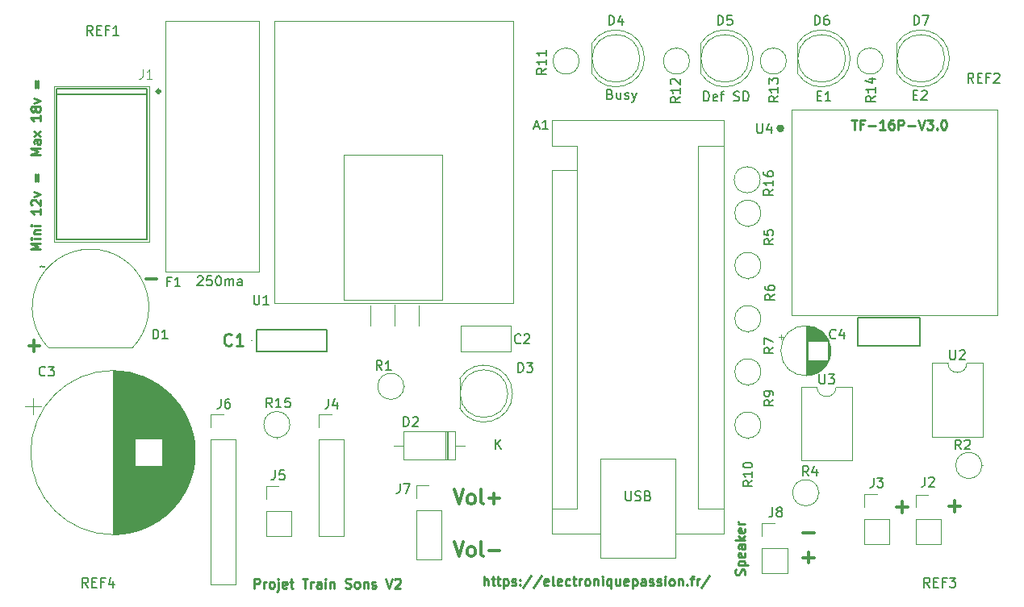
<source format=gbr>
%TF.GenerationSoftware,KiCad,Pcbnew,7.0.9*%
%TF.CreationDate,2024-06-30T11:53:46+02:00*%
%TF.ProjectId,Kicad_Projet_Trains_Sons,4b696361-645f-4507-926f-6a65745f5472,V2*%
%TF.SameCoordinates,Original*%
%TF.FileFunction,Legend,Top*%
%TF.FilePolarity,Positive*%
%FSLAX46Y46*%
G04 Gerber Fmt 4.6, Leading zero omitted, Abs format (unit mm)*
G04 Created by KiCad (PCBNEW 7.0.9) date 2024-06-30 11:53:46*
%MOMM*%
%LPD*%
G01*
G04 APERTURE LIST*
%ADD10C,0.200000*%
%ADD11C,0.375000*%
%ADD12C,0.250000*%
%ADD13C,0.150000*%
%ADD14C,0.300000*%
%ADD15C,0.254000*%
%ADD16C,0.080000*%
%ADD17C,0.120000*%
%ADD18C,0.100000*%
%ADD19C,0.050000*%
%ADD20C,0.127000*%
%ADD21C,0.350000*%
%ADD22C,0.400000*%
G04 APERTURE END LIST*
D10*
X148000000Y-69500000D02*
X154500000Y-69500000D01*
X154500000Y-72500000D01*
X148000000Y-72500000D01*
X148000000Y-69500000D01*
D11*
X152103852Y-89425500D02*
X153246710Y-89425500D01*
X152675281Y-89996928D02*
X152675281Y-88854071D01*
D12*
X147359711Y-48764619D02*
X147931139Y-48764619D01*
X147645425Y-49764619D02*
X147645425Y-48764619D01*
X148597806Y-49240809D02*
X148264473Y-49240809D01*
X148264473Y-49764619D02*
X148264473Y-48764619D01*
X148264473Y-48764619D02*
X148740663Y-48764619D01*
X149121616Y-49383666D02*
X149883521Y-49383666D01*
X150883520Y-49764619D02*
X150312092Y-49764619D01*
X150597806Y-49764619D02*
X150597806Y-48764619D01*
X150597806Y-48764619D02*
X150502568Y-48907476D01*
X150502568Y-48907476D02*
X150407330Y-49002714D01*
X150407330Y-49002714D02*
X150312092Y-49050333D01*
X151740663Y-48764619D02*
X151550187Y-48764619D01*
X151550187Y-48764619D02*
X151454949Y-48812238D01*
X151454949Y-48812238D02*
X151407330Y-48859857D01*
X151407330Y-48859857D02*
X151312092Y-49002714D01*
X151312092Y-49002714D02*
X151264473Y-49193190D01*
X151264473Y-49193190D02*
X151264473Y-49574142D01*
X151264473Y-49574142D02*
X151312092Y-49669380D01*
X151312092Y-49669380D02*
X151359711Y-49717000D01*
X151359711Y-49717000D02*
X151454949Y-49764619D01*
X151454949Y-49764619D02*
X151645425Y-49764619D01*
X151645425Y-49764619D02*
X151740663Y-49717000D01*
X151740663Y-49717000D02*
X151788282Y-49669380D01*
X151788282Y-49669380D02*
X151835901Y-49574142D01*
X151835901Y-49574142D02*
X151835901Y-49336047D01*
X151835901Y-49336047D02*
X151788282Y-49240809D01*
X151788282Y-49240809D02*
X151740663Y-49193190D01*
X151740663Y-49193190D02*
X151645425Y-49145571D01*
X151645425Y-49145571D02*
X151454949Y-49145571D01*
X151454949Y-49145571D02*
X151359711Y-49193190D01*
X151359711Y-49193190D02*
X151312092Y-49240809D01*
X151312092Y-49240809D02*
X151264473Y-49336047D01*
X152264473Y-49764619D02*
X152264473Y-48764619D01*
X152264473Y-48764619D02*
X152645425Y-48764619D01*
X152645425Y-48764619D02*
X152740663Y-48812238D01*
X152740663Y-48812238D02*
X152788282Y-48859857D01*
X152788282Y-48859857D02*
X152835901Y-48955095D01*
X152835901Y-48955095D02*
X152835901Y-49097952D01*
X152835901Y-49097952D02*
X152788282Y-49193190D01*
X152788282Y-49193190D02*
X152740663Y-49240809D01*
X152740663Y-49240809D02*
X152645425Y-49288428D01*
X152645425Y-49288428D02*
X152264473Y-49288428D01*
X153264473Y-49383666D02*
X154026378Y-49383666D01*
X154359711Y-48764619D02*
X154693044Y-49764619D01*
X154693044Y-49764619D02*
X155026377Y-48764619D01*
X155264473Y-48764619D02*
X155883520Y-48764619D01*
X155883520Y-48764619D02*
X155550187Y-49145571D01*
X155550187Y-49145571D02*
X155693044Y-49145571D01*
X155693044Y-49145571D02*
X155788282Y-49193190D01*
X155788282Y-49193190D02*
X155835901Y-49240809D01*
X155835901Y-49240809D02*
X155883520Y-49336047D01*
X155883520Y-49336047D02*
X155883520Y-49574142D01*
X155883520Y-49574142D02*
X155835901Y-49669380D01*
X155835901Y-49669380D02*
X155788282Y-49717000D01*
X155788282Y-49717000D02*
X155693044Y-49764619D01*
X155693044Y-49764619D02*
X155407330Y-49764619D01*
X155407330Y-49764619D02*
X155312092Y-49717000D01*
X155312092Y-49717000D02*
X155264473Y-49669380D01*
X156312092Y-49669380D02*
X156359711Y-49717000D01*
X156359711Y-49717000D02*
X156312092Y-49764619D01*
X156312092Y-49764619D02*
X156264473Y-49717000D01*
X156264473Y-49717000D02*
X156312092Y-49669380D01*
X156312092Y-49669380D02*
X156312092Y-49764619D01*
X156978758Y-48764619D02*
X157073996Y-48764619D01*
X157073996Y-48764619D02*
X157169234Y-48812238D01*
X157169234Y-48812238D02*
X157216853Y-48859857D01*
X157216853Y-48859857D02*
X157264472Y-48955095D01*
X157264472Y-48955095D02*
X157312091Y-49145571D01*
X157312091Y-49145571D02*
X157312091Y-49383666D01*
X157312091Y-49383666D02*
X157264472Y-49574142D01*
X157264472Y-49574142D02*
X157216853Y-49669380D01*
X157216853Y-49669380D02*
X157169234Y-49717000D01*
X157169234Y-49717000D02*
X157073996Y-49764619D01*
X157073996Y-49764619D02*
X156978758Y-49764619D01*
X156978758Y-49764619D02*
X156883520Y-49717000D01*
X156883520Y-49717000D02*
X156835901Y-49669380D01*
X156835901Y-49669380D02*
X156788282Y-49574142D01*
X156788282Y-49574142D02*
X156740663Y-49383666D01*
X156740663Y-49383666D02*
X156740663Y-49145571D01*
X156740663Y-49145571D02*
X156788282Y-48955095D01*
X156788282Y-48955095D02*
X156835901Y-48859857D01*
X156835901Y-48859857D02*
X156883520Y-48812238D01*
X156883520Y-48812238D02*
X156978758Y-48764619D01*
D13*
X131856779Y-46769819D02*
X131856779Y-45769819D01*
X131856779Y-45769819D02*
X132094874Y-45769819D01*
X132094874Y-45769819D02*
X132237731Y-45817438D01*
X132237731Y-45817438D02*
X132332969Y-45912676D01*
X132332969Y-45912676D02*
X132380588Y-46007914D01*
X132380588Y-46007914D02*
X132428207Y-46198390D01*
X132428207Y-46198390D02*
X132428207Y-46341247D01*
X132428207Y-46341247D02*
X132380588Y-46531723D01*
X132380588Y-46531723D02*
X132332969Y-46626961D01*
X132332969Y-46626961D02*
X132237731Y-46722200D01*
X132237731Y-46722200D02*
X132094874Y-46769819D01*
X132094874Y-46769819D02*
X131856779Y-46769819D01*
X133237731Y-46722200D02*
X133142493Y-46769819D01*
X133142493Y-46769819D02*
X132952017Y-46769819D01*
X132952017Y-46769819D02*
X132856779Y-46722200D01*
X132856779Y-46722200D02*
X132809160Y-46626961D01*
X132809160Y-46626961D02*
X132809160Y-46246009D01*
X132809160Y-46246009D02*
X132856779Y-46150771D01*
X132856779Y-46150771D02*
X132952017Y-46103152D01*
X132952017Y-46103152D02*
X133142493Y-46103152D01*
X133142493Y-46103152D02*
X133237731Y-46150771D01*
X133237731Y-46150771D02*
X133285350Y-46246009D01*
X133285350Y-46246009D02*
X133285350Y-46341247D01*
X133285350Y-46341247D02*
X132809160Y-46436485D01*
X133571065Y-46103152D02*
X133952017Y-46103152D01*
X133713922Y-46769819D02*
X133713922Y-45912676D01*
X133713922Y-45912676D02*
X133761541Y-45817438D01*
X133761541Y-45817438D02*
X133856779Y-45769819D01*
X133856779Y-45769819D02*
X133952017Y-45769819D01*
X134999637Y-46722200D02*
X135142494Y-46769819D01*
X135142494Y-46769819D02*
X135380589Y-46769819D01*
X135380589Y-46769819D02*
X135475827Y-46722200D01*
X135475827Y-46722200D02*
X135523446Y-46674580D01*
X135523446Y-46674580D02*
X135571065Y-46579342D01*
X135571065Y-46579342D02*
X135571065Y-46484104D01*
X135571065Y-46484104D02*
X135523446Y-46388866D01*
X135523446Y-46388866D02*
X135475827Y-46341247D01*
X135475827Y-46341247D02*
X135380589Y-46293628D01*
X135380589Y-46293628D02*
X135190113Y-46246009D01*
X135190113Y-46246009D02*
X135094875Y-46198390D01*
X135094875Y-46198390D02*
X135047256Y-46150771D01*
X135047256Y-46150771D02*
X134999637Y-46055533D01*
X134999637Y-46055533D02*
X134999637Y-45960295D01*
X134999637Y-45960295D02*
X135047256Y-45865057D01*
X135047256Y-45865057D02*
X135094875Y-45817438D01*
X135094875Y-45817438D02*
X135190113Y-45769819D01*
X135190113Y-45769819D02*
X135428208Y-45769819D01*
X135428208Y-45769819D02*
X135571065Y-45817438D01*
X135999637Y-46769819D02*
X135999637Y-45769819D01*
X135999637Y-45769819D02*
X136237732Y-45769819D01*
X136237732Y-45769819D02*
X136380589Y-45817438D01*
X136380589Y-45817438D02*
X136475827Y-45912676D01*
X136475827Y-45912676D02*
X136523446Y-46007914D01*
X136523446Y-46007914D02*
X136571065Y-46198390D01*
X136571065Y-46198390D02*
X136571065Y-46341247D01*
X136571065Y-46341247D02*
X136523446Y-46531723D01*
X136523446Y-46531723D02*
X136475827Y-46626961D01*
X136475827Y-46626961D02*
X136380589Y-46722200D01*
X136380589Y-46722200D02*
X136237732Y-46769819D01*
X136237732Y-46769819D02*
X135999637Y-46769819D01*
D12*
X136117000Y-96545050D02*
X136164619Y-96402193D01*
X136164619Y-96402193D02*
X136164619Y-96164098D01*
X136164619Y-96164098D02*
X136117000Y-96068860D01*
X136117000Y-96068860D02*
X136069380Y-96021241D01*
X136069380Y-96021241D02*
X135974142Y-95973622D01*
X135974142Y-95973622D02*
X135878904Y-95973622D01*
X135878904Y-95973622D02*
X135783666Y-96021241D01*
X135783666Y-96021241D02*
X135736047Y-96068860D01*
X135736047Y-96068860D02*
X135688428Y-96164098D01*
X135688428Y-96164098D02*
X135640809Y-96354574D01*
X135640809Y-96354574D02*
X135593190Y-96449812D01*
X135593190Y-96449812D02*
X135545571Y-96497431D01*
X135545571Y-96497431D02*
X135450333Y-96545050D01*
X135450333Y-96545050D02*
X135355095Y-96545050D01*
X135355095Y-96545050D02*
X135259857Y-96497431D01*
X135259857Y-96497431D02*
X135212238Y-96449812D01*
X135212238Y-96449812D02*
X135164619Y-96354574D01*
X135164619Y-96354574D02*
X135164619Y-96116479D01*
X135164619Y-96116479D02*
X135212238Y-95973622D01*
X135497952Y-95545050D02*
X136497952Y-95545050D01*
X135545571Y-95545050D02*
X135497952Y-95449812D01*
X135497952Y-95449812D02*
X135497952Y-95259336D01*
X135497952Y-95259336D02*
X135545571Y-95164098D01*
X135545571Y-95164098D02*
X135593190Y-95116479D01*
X135593190Y-95116479D02*
X135688428Y-95068860D01*
X135688428Y-95068860D02*
X135974142Y-95068860D01*
X135974142Y-95068860D02*
X136069380Y-95116479D01*
X136069380Y-95116479D02*
X136117000Y-95164098D01*
X136117000Y-95164098D02*
X136164619Y-95259336D01*
X136164619Y-95259336D02*
X136164619Y-95449812D01*
X136164619Y-95449812D02*
X136117000Y-95545050D01*
X136117000Y-94259336D02*
X136164619Y-94354574D01*
X136164619Y-94354574D02*
X136164619Y-94545050D01*
X136164619Y-94545050D02*
X136117000Y-94640288D01*
X136117000Y-94640288D02*
X136021761Y-94687907D01*
X136021761Y-94687907D02*
X135640809Y-94687907D01*
X135640809Y-94687907D02*
X135545571Y-94640288D01*
X135545571Y-94640288D02*
X135497952Y-94545050D01*
X135497952Y-94545050D02*
X135497952Y-94354574D01*
X135497952Y-94354574D02*
X135545571Y-94259336D01*
X135545571Y-94259336D02*
X135640809Y-94211717D01*
X135640809Y-94211717D02*
X135736047Y-94211717D01*
X135736047Y-94211717D02*
X135831285Y-94687907D01*
X136164619Y-93354574D02*
X135640809Y-93354574D01*
X135640809Y-93354574D02*
X135545571Y-93402193D01*
X135545571Y-93402193D02*
X135497952Y-93497431D01*
X135497952Y-93497431D02*
X135497952Y-93687907D01*
X135497952Y-93687907D02*
X135545571Y-93783145D01*
X136117000Y-93354574D02*
X136164619Y-93449812D01*
X136164619Y-93449812D02*
X136164619Y-93687907D01*
X136164619Y-93687907D02*
X136117000Y-93783145D01*
X136117000Y-93783145D02*
X136021761Y-93830764D01*
X136021761Y-93830764D02*
X135926523Y-93830764D01*
X135926523Y-93830764D02*
X135831285Y-93783145D01*
X135831285Y-93783145D02*
X135783666Y-93687907D01*
X135783666Y-93687907D02*
X135783666Y-93449812D01*
X135783666Y-93449812D02*
X135736047Y-93354574D01*
X136164619Y-92878383D02*
X135164619Y-92878383D01*
X135783666Y-92783145D02*
X136164619Y-92497431D01*
X135497952Y-92497431D02*
X135878904Y-92878383D01*
X136117000Y-91687907D02*
X136164619Y-91783145D01*
X136164619Y-91783145D02*
X136164619Y-91973621D01*
X136164619Y-91973621D02*
X136117000Y-92068859D01*
X136117000Y-92068859D02*
X136021761Y-92116478D01*
X136021761Y-92116478D02*
X135640809Y-92116478D01*
X135640809Y-92116478D02*
X135545571Y-92068859D01*
X135545571Y-92068859D02*
X135497952Y-91973621D01*
X135497952Y-91973621D02*
X135497952Y-91783145D01*
X135497952Y-91783145D02*
X135545571Y-91687907D01*
X135545571Y-91687907D02*
X135640809Y-91640288D01*
X135640809Y-91640288D02*
X135736047Y-91640288D01*
X135736047Y-91640288D02*
X135831285Y-92116478D01*
X136164619Y-91211716D02*
X135497952Y-91211716D01*
X135688428Y-91211716D02*
X135593190Y-91164097D01*
X135593190Y-91164097D02*
X135545571Y-91116478D01*
X135545571Y-91116478D02*
X135497952Y-91021240D01*
X135497952Y-91021240D02*
X135497952Y-90926002D01*
D14*
X142254510Y-92129400D02*
X143397368Y-92129400D01*
D13*
X122030112Y-46046009D02*
X122172969Y-46093628D01*
X122172969Y-46093628D02*
X122220588Y-46141247D01*
X122220588Y-46141247D02*
X122268207Y-46236485D01*
X122268207Y-46236485D02*
X122268207Y-46379342D01*
X122268207Y-46379342D02*
X122220588Y-46474580D01*
X122220588Y-46474580D02*
X122172969Y-46522200D01*
X122172969Y-46522200D02*
X122077731Y-46569819D01*
X122077731Y-46569819D02*
X121696779Y-46569819D01*
X121696779Y-46569819D02*
X121696779Y-45569819D01*
X121696779Y-45569819D02*
X122030112Y-45569819D01*
X122030112Y-45569819D02*
X122125350Y-45617438D01*
X122125350Y-45617438D02*
X122172969Y-45665057D01*
X122172969Y-45665057D02*
X122220588Y-45760295D01*
X122220588Y-45760295D02*
X122220588Y-45855533D01*
X122220588Y-45855533D02*
X122172969Y-45950771D01*
X122172969Y-45950771D02*
X122125350Y-45998390D01*
X122125350Y-45998390D02*
X122030112Y-46046009D01*
X122030112Y-46046009D02*
X121696779Y-46046009D01*
X123125350Y-45903152D02*
X123125350Y-46569819D01*
X122696779Y-45903152D02*
X122696779Y-46426961D01*
X122696779Y-46426961D02*
X122744398Y-46522200D01*
X122744398Y-46522200D02*
X122839636Y-46569819D01*
X122839636Y-46569819D02*
X122982493Y-46569819D01*
X122982493Y-46569819D02*
X123077731Y-46522200D01*
X123077731Y-46522200D02*
X123125350Y-46474580D01*
X123553922Y-46522200D02*
X123649160Y-46569819D01*
X123649160Y-46569819D02*
X123839636Y-46569819D01*
X123839636Y-46569819D02*
X123934874Y-46522200D01*
X123934874Y-46522200D02*
X123982493Y-46426961D01*
X123982493Y-46426961D02*
X123982493Y-46379342D01*
X123982493Y-46379342D02*
X123934874Y-46284104D01*
X123934874Y-46284104D02*
X123839636Y-46236485D01*
X123839636Y-46236485D02*
X123696779Y-46236485D01*
X123696779Y-46236485D02*
X123601541Y-46188866D01*
X123601541Y-46188866D02*
X123553922Y-46093628D01*
X123553922Y-46093628D02*
X123553922Y-46046009D01*
X123553922Y-46046009D02*
X123601541Y-45950771D01*
X123601541Y-45950771D02*
X123696779Y-45903152D01*
X123696779Y-45903152D02*
X123839636Y-45903152D01*
X123839636Y-45903152D02*
X123934874Y-45950771D01*
X124315827Y-45903152D02*
X124553922Y-46569819D01*
X124792017Y-45903152D02*
X124553922Y-46569819D01*
X124553922Y-46569819D02*
X124458684Y-46807914D01*
X124458684Y-46807914D02*
X124411065Y-46855533D01*
X124411065Y-46855533D02*
X124315827Y-46903152D01*
D11*
X157603852Y-89325500D02*
X158746710Y-89325500D01*
X158175281Y-89896928D02*
X158175281Y-88754071D01*
D14*
X105640225Y-93100828D02*
X106140225Y-94600828D01*
X106140225Y-94600828D02*
X106640225Y-93100828D01*
X107354510Y-94600828D02*
X107211653Y-94529400D01*
X107211653Y-94529400D02*
X107140224Y-94457971D01*
X107140224Y-94457971D02*
X107068796Y-94315114D01*
X107068796Y-94315114D02*
X107068796Y-93886542D01*
X107068796Y-93886542D02*
X107140224Y-93743685D01*
X107140224Y-93743685D02*
X107211653Y-93672257D01*
X107211653Y-93672257D02*
X107354510Y-93600828D01*
X107354510Y-93600828D02*
X107568796Y-93600828D01*
X107568796Y-93600828D02*
X107711653Y-93672257D01*
X107711653Y-93672257D02*
X107783082Y-93743685D01*
X107783082Y-93743685D02*
X107854510Y-93886542D01*
X107854510Y-93886542D02*
X107854510Y-94315114D01*
X107854510Y-94315114D02*
X107783082Y-94457971D01*
X107783082Y-94457971D02*
X107711653Y-94529400D01*
X107711653Y-94529400D02*
X107568796Y-94600828D01*
X107568796Y-94600828D02*
X107354510Y-94600828D01*
X108711653Y-94600828D02*
X108568796Y-94529400D01*
X108568796Y-94529400D02*
X108497367Y-94386542D01*
X108497367Y-94386542D02*
X108497367Y-93100828D01*
X109283081Y-94029400D02*
X110425939Y-94029400D01*
D12*
X84678568Y-97943619D02*
X84678568Y-96943619D01*
X84678568Y-96943619D02*
X85059520Y-96943619D01*
X85059520Y-96943619D02*
X85154758Y-96991238D01*
X85154758Y-96991238D02*
X85202377Y-97038857D01*
X85202377Y-97038857D02*
X85249996Y-97134095D01*
X85249996Y-97134095D02*
X85249996Y-97276952D01*
X85249996Y-97276952D02*
X85202377Y-97372190D01*
X85202377Y-97372190D02*
X85154758Y-97419809D01*
X85154758Y-97419809D02*
X85059520Y-97467428D01*
X85059520Y-97467428D02*
X84678568Y-97467428D01*
X85678568Y-97943619D02*
X85678568Y-97276952D01*
X85678568Y-97467428D02*
X85726187Y-97372190D01*
X85726187Y-97372190D02*
X85773806Y-97324571D01*
X85773806Y-97324571D02*
X85869044Y-97276952D01*
X85869044Y-97276952D02*
X85964282Y-97276952D01*
X86440473Y-97943619D02*
X86345235Y-97896000D01*
X86345235Y-97896000D02*
X86297616Y-97848380D01*
X86297616Y-97848380D02*
X86249997Y-97753142D01*
X86249997Y-97753142D02*
X86249997Y-97467428D01*
X86249997Y-97467428D02*
X86297616Y-97372190D01*
X86297616Y-97372190D02*
X86345235Y-97324571D01*
X86345235Y-97324571D02*
X86440473Y-97276952D01*
X86440473Y-97276952D02*
X86583330Y-97276952D01*
X86583330Y-97276952D02*
X86678568Y-97324571D01*
X86678568Y-97324571D02*
X86726187Y-97372190D01*
X86726187Y-97372190D02*
X86773806Y-97467428D01*
X86773806Y-97467428D02*
X86773806Y-97753142D01*
X86773806Y-97753142D02*
X86726187Y-97848380D01*
X86726187Y-97848380D02*
X86678568Y-97896000D01*
X86678568Y-97896000D02*
X86583330Y-97943619D01*
X86583330Y-97943619D02*
X86440473Y-97943619D01*
X87202378Y-97276952D02*
X87202378Y-98134095D01*
X87202378Y-98134095D02*
X87154759Y-98229333D01*
X87154759Y-98229333D02*
X87059521Y-98276952D01*
X87059521Y-98276952D02*
X87011902Y-98276952D01*
X87202378Y-96943619D02*
X87154759Y-96991238D01*
X87154759Y-96991238D02*
X87202378Y-97038857D01*
X87202378Y-97038857D02*
X87249997Y-96991238D01*
X87249997Y-96991238D02*
X87202378Y-96943619D01*
X87202378Y-96943619D02*
X87202378Y-97038857D01*
X88059520Y-97896000D02*
X87964282Y-97943619D01*
X87964282Y-97943619D02*
X87773806Y-97943619D01*
X87773806Y-97943619D02*
X87678568Y-97896000D01*
X87678568Y-97896000D02*
X87630949Y-97800761D01*
X87630949Y-97800761D02*
X87630949Y-97419809D01*
X87630949Y-97419809D02*
X87678568Y-97324571D01*
X87678568Y-97324571D02*
X87773806Y-97276952D01*
X87773806Y-97276952D02*
X87964282Y-97276952D01*
X87964282Y-97276952D02*
X88059520Y-97324571D01*
X88059520Y-97324571D02*
X88107139Y-97419809D01*
X88107139Y-97419809D02*
X88107139Y-97515047D01*
X88107139Y-97515047D02*
X87630949Y-97610285D01*
X88392854Y-97276952D02*
X88773806Y-97276952D01*
X88535711Y-96943619D02*
X88535711Y-97800761D01*
X88535711Y-97800761D02*
X88583330Y-97896000D01*
X88583330Y-97896000D02*
X88678568Y-97943619D01*
X88678568Y-97943619D02*
X88773806Y-97943619D01*
X89726188Y-96943619D02*
X90297616Y-96943619D01*
X90011902Y-97943619D02*
X90011902Y-96943619D01*
X90630950Y-97943619D02*
X90630950Y-97276952D01*
X90630950Y-97467428D02*
X90678569Y-97372190D01*
X90678569Y-97372190D02*
X90726188Y-97324571D01*
X90726188Y-97324571D02*
X90821426Y-97276952D01*
X90821426Y-97276952D02*
X90916664Y-97276952D01*
X91678569Y-97943619D02*
X91678569Y-97419809D01*
X91678569Y-97419809D02*
X91630950Y-97324571D01*
X91630950Y-97324571D02*
X91535712Y-97276952D01*
X91535712Y-97276952D02*
X91345236Y-97276952D01*
X91345236Y-97276952D02*
X91249998Y-97324571D01*
X91678569Y-97896000D02*
X91583331Y-97943619D01*
X91583331Y-97943619D02*
X91345236Y-97943619D01*
X91345236Y-97943619D02*
X91249998Y-97896000D01*
X91249998Y-97896000D02*
X91202379Y-97800761D01*
X91202379Y-97800761D02*
X91202379Y-97705523D01*
X91202379Y-97705523D02*
X91249998Y-97610285D01*
X91249998Y-97610285D02*
X91345236Y-97562666D01*
X91345236Y-97562666D02*
X91583331Y-97562666D01*
X91583331Y-97562666D02*
X91678569Y-97515047D01*
X92154760Y-97943619D02*
X92154760Y-97276952D01*
X92154760Y-96943619D02*
X92107141Y-96991238D01*
X92107141Y-96991238D02*
X92154760Y-97038857D01*
X92154760Y-97038857D02*
X92202379Y-96991238D01*
X92202379Y-96991238D02*
X92154760Y-96943619D01*
X92154760Y-96943619D02*
X92154760Y-97038857D01*
X92630950Y-97276952D02*
X92630950Y-97943619D01*
X92630950Y-97372190D02*
X92678569Y-97324571D01*
X92678569Y-97324571D02*
X92773807Y-97276952D01*
X92773807Y-97276952D02*
X92916664Y-97276952D01*
X92916664Y-97276952D02*
X93011902Y-97324571D01*
X93011902Y-97324571D02*
X93059521Y-97419809D01*
X93059521Y-97419809D02*
X93059521Y-97943619D01*
X94249998Y-97896000D02*
X94392855Y-97943619D01*
X94392855Y-97943619D02*
X94630950Y-97943619D01*
X94630950Y-97943619D02*
X94726188Y-97896000D01*
X94726188Y-97896000D02*
X94773807Y-97848380D01*
X94773807Y-97848380D02*
X94821426Y-97753142D01*
X94821426Y-97753142D02*
X94821426Y-97657904D01*
X94821426Y-97657904D02*
X94773807Y-97562666D01*
X94773807Y-97562666D02*
X94726188Y-97515047D01*
X94726188Y-97515047D02*
X94630950Y-97467428D01*
X94630950Y-97467428D02*
X94440474Y-97419809D01*
X94440474Y-97419809D02*
X94345236Y-97372190D01*
X94345236Y-97372190D02*
X94297617Y-97324571D01*
X94297617Y-97324571D02*
X94249998Y-97229333D01*
X94249998Y-97229333D02*
X94249998Y-97134095D01*
X94249998Y-97134095D02*
X94297617Y-97038857D01*
X94297617Y-97038857D02*
X94345236Y-96991238D01*
X94345236Y-96991238D02*
X94440474Y-96943619D01*
X94440474Y-96943619D02*
X94678569Y-96943619D01*
X94678569Y-96943619D02*
X94821426Y-96991238D01*
X95392855Y-97943619D02*
X95297617Y-97896000D01*
X95297617Y-97896000D02*
X95249998Y-97848380D01*
X95249998Y-97848380D02*
X95202379Y-97753142D01*
X95202379Y-97753142D02*
X95202379Y-97467428D01*
X95202379Y-97467428D02*
X95249998Y-97372190D01*
X95249998Y-97372190D02*
X95297617Y-97324571D01*
X95297617Y-97324571D02*
X95392855Y-97276952D01*
X95392855Y-97276952D02*
X95535712Y-97276952D01*
X95535712Y-97276952D02*
X95630950Y-97324571D01*
X95630950Y-97324571D02*
X95678569Y-97372190D01*
X95678569Y-97372190D02*
X95726188Y-97467428D01*
X95726188Y-97467428D02*
X95726188Y-97753142D01*
X95726188Y-97753142D02*
X95678569Y-97848380D01*
X95678569Y-97848380D02*
X95630950Y-97896000D01*
X95630950Y-97896000D02*
X95535712Y-97943619D01*
X95535712Y-97943619D02*
X95392855Y-97943619D01*
X96154760Y-97276952D02*
X96154760Y-97943619D01*
X96154760Y-97372190D02*
X96202379Y-97324571D01*
X96202379Y-97324571D02*
X96297617Y-97276952D01*
X96297617Y-97276952D02*
X96440474Y-97276952D01*
X96440474Y-97276952D02*
X96535712Y-97324571D01*
X96535712Y-97324571D02*
X96583331Y-97419809D01*
X96583331Y-97419809D02*
X96583331Y-97943619D01*
X97011903Y-97896000D02*
X97107141Y-97943619D01*
X97107141Y-97943619D02*
X97297617Y-97943619D01*
X97297617Y-97943619D02*
X97392855Y-97896000D01*
X97392855Y-97896000D02*
X97440474Y-97800761D01*
X97440474Y-97800761D02*
X97440474Y-97753142D01*
X97440474Y-97753142D02*
X97392855Y-97657904D01*
X97392855Y-97657904D02*
X97297617Y-97610285D01*
X97297617Y-97610285D02*
X97154760Y-97610285D01*
X97154760Y-97610285D02*
X97059522Y-97562666D01*
X97059522Y-97562666D02*
X97011903Y-97467428D01*
X97011903Y-97467428D02*
X97011903Y-97419809D01*
X97011903Y-97419809D02*
X97059522Y-97324571D01*
X97059522Y-97324571D02*
X97154760Y-97276952D01*
X97154760Y-97276952D02*
X97297617Y-97276952D01*
X97297617Y-97276952D02*
X97392855Y-97324571D01*
X98488094Y-96943619D02*
X98821427Y-97943619D01*
X98821427Y-97943619D02*
X99154760Y-96943619D01*
X99440475Y-97038857D02*
X99488094Y-96991238D01*
X99488094Y-96991238D02*
X99583332Y-96943619D01*
X99583332Y-96943619D02*
X99821427Y-96943619D01*
X99821427Y-96943619D02*
X99916665Y-96991238D01*
X99916665Y-96991238D02*
X99964284Y-97038857D01*
X99964284Y-97038857D02*
X100011903Y-97134095D01*
X100011903Y-97134095D02*
X100011903Y-97229333D01*
X100011903Y-97229333D02*
X99964284Y-97372190D01*
X99964284Y-97372190D02*
X99392856Y-97943619D01*
X99392856Y-97943619D02*
X100011903Y-97943619D01*
D13*
X143736779Y-46246009D02*
X144070112Y-46246009D01*
X144212969Y-46769819D02*
X143736779Y-46769819D01*
X143736779Y-46769819D02*
X143736779Y-45769819D01*
X143736779Y-45769819D02*
X144212969Y-45769819D01*
X145165350Y-46769819D02*
X144593922Y-46769819D01*
X144879636Y-46769819D02*
X144879636Y-45769819D01*
X144879636Y-45769819D02*
X144784398Y-45912676D01*
X144784398Y-45912676D02*
X144689160Y-46007914D01*
X144689160Y-46007914D02*
X144593922Y-46055533D01*
D14*
X142254510Y-94729400D02*
X143397368Y-94729400D01*
X142825939Y-95300828D02*
X142825939Y-94157971D01*
X105640225Y-87600828D02*
X106140225Y-89100828D01*
X106140225Y-89100828D02*
X106640225Y-87600828D01*
X107354510Y-89100828D02*
X107211653Y-89029400D01*
X107211653Y-89029400D02*
X107140224Y-88957971D01*
X107140224Y-88957971D02*
X107068796Y-88815114D01*
X107068796Y-88815114D02*
X107068796Y-88386542D01*
X107068796Y-88386542D02*
X107140224Y-88243685D01*
X107140224Y-88243685D02*
X107211653Y-88172257D01*
X107211653Y-88172257D02*
X107354510Y-88100828D01*
X107354510Y-88100828D02*
X107568796Y-88100828D01*
X107568796Y-88100828D02*
X107711653Y-88172257D01*
X107711653Y-88172257D02*
X107783082Y-88243685D01*
X107783082Y-88243685D02*
X107854510Y-88386542D01*
X107854510Y-88386542D02*
X107854510Y-88815114D01*
X107854510Y-88815114D02*
X107783082Y-88957971D01*
X107783082Y-88957971D02*
X107711653Y-89029400D01*
X107711653Y-89029400D02*
X107568796Y-89100828D01*
X107568796Y-89100828D02*
X107354510Y-89100828D01*
X108711653Y-89100828D02*
X108568796Y-89029400D01*
X108568796Y-89029400D02*
X108497367Y-88886542D01*
X108497367Y-88886542D02*
X108497367Y-87600828D01*
X109283081Y-88529400D02*
X110425939Y-88529400D01*
X109854510Y-89100828D02*
X109854510Y-87957971D01*
D12*
X62264619Y-62370431D02*
X61264619Y-62370431D01*
X61264619Y-62370431D02*
X61978904Y-62037098D01*
X61978904Y-62037098D02*
X61264619Y-61703765D01*
X61264619Y-61703765D02*
X62264619Y-61703765D01*
X62264619Y-61227574D02*
X61597952Y-61227574D01*
X61264619Y-61227574D02*
X61312238Y-61275193D01*
X61312238Y-61275193D02*
X61359857Y-61227574D01*
X61359857Y-61227574D02*
X61312238Y-61179955D01*
X61312238Y-61179955D02*
X61264619Y-61227574D01*
X61264619Y-61227574D02*
X61359857Y-61227574D01*
X61597952Y-60751384D02*
X62264619Y-60751384D01*
X61693190Y-60751384D02*
X61645571Y-60703765D01*
X61645571Y-60703765D02*
X61597952Y-60608527D01*
X61597952Y-60608527D02*
X61597952Y-60465670D01*
X61597952Y-60465670D02*
X61645571Y-60370432D01*
X61645571Y-60370432D02*
X61740809Y-60322813D01*
X61740809Y-60322813D02*
X62264619Y-60322813D01*
X62264619Y-59846622D02*
X61597952Y-59846622D01*
X61264619Y-59846622D02*
X61312238Y-59894241D01*
X61312238Y-59894241D02*
X61359857Y-59846622D01*
X61359857Y-59846622D02*
X61312238Y-59799003D01*
X61312238Y-59799003D02*
X61264619Y-59846622D01*
X61264619Y-59846622D02*
X61359857Y-59846622D01*
X62264619Y-58084718D02*
X62264619Y-58656146D01*
X62264619Y-58370432D02*
X61264619Y-58370432D01*
X61264619Y-58370432D02*
X61407476Y-58465670D01*
X61407476Y-58465670D02*
X61502714Y-58560908D01*
X61502714Y-58560908D02*
X61550333Y-58656146D01*
X61359857Y-57703765D02*
X61312238Y-57656146D01*
X61312238Y-57656146D02*
X61264619Y-57560908D01*
X61264619Y-57560908D02*
X61264619Y-57322813D01*
X61264619Y-57322813D02*
X61312238Y-57227575D01*
X61312238Y-57227575D02*
X61359857Y-57179956D01*
X61359857Y-57179956D02*
X61455095Y-57132337D01*
X61455095Y-57132337D02*
X61550333Y-57132337D01*
X61550333Y-57132337D02*
X61693190Y-57179956D01*
X61693190Y-57179956D02*
X62264619Y-57751384D01*
X62264619Y-57751384D02*
X62264619Y-57132337D01*
X61597952Y-56799003D02*
X62264619Y-56560908D01*
X62264619Y-56560908D02*
X61597952Y-56322813D01*
X61740809Y-55179955D02*
X61740809Y-54418051D01*
X62026523Y-54418051D02*
X62026523Y-55179955D01*
X62264619Y-52418050D02*
X61264619Y-52418050D01*
X61264619Y-52418050D02*
X61978904Y-52084717D01*
X61978904Y-52084717D02*
X61264619Y-51751384D01*
X61264619Y-51751384D02*
X62264619Y-51751384D01*
X62264619Y-50846622D02*
X61740809Y-50846622D01*
X61740809Y-50846622D02*
X61645571Y-50894241D01*
X61645571Y-50894241D02*
X61597952Y-50989479D01*
X61597952Y-50989479D02*
X61597952Y-51179955D01*
X61597952Y-51179955D02*
X61645571Y-51275193D01*
X62217000Y-50846622D02*
X62264619Y-50941860D01*
X62264619Y-50941860D02*
X62264619Y-51179955D01*
X62264619Y-51179955D02*
X62217000Y-51275193D01*
X62217000Y-51275193D02*
X62121761Y-51322812D01*
X62121761Y-51322812D02*
X62026523Y-51322812D01*
X62026523Y-51322812D02*
X61931285Y-51275193D01*
X61931285Y-51275193D02*
X61883666Y-51179955D01*
X61883666Y-51179955D02*
X61883666Y-50941860D01*
X61883666Y-50941860D02*
X61836047Y-50846622D01*
X62264619Y-50465669D02*
X61597952Y-49941860D01*
X61597952Y-50465669D02*
X62264619Y-49941860D01*
X62264619Y-48275193D02*
X62264619Y-48846621D01*
X62264619Y-48560907D02*
X61264619Y-48560907D01*
X61264619Y-48560907D02*
X61407476Y-48656145D01*
X61407476Y-48656145D02*
X61502714Y-48751383D01*
X61502714Y-48751383D02*
X61550333Y-48846621D01*
X61693190Y-47703764D02*
X61645571Y-47799002D01*
X61645571Y-47799002D02*
X61597952Y-47846621D01*
X61597952Y-47846621D02*
X61502714Y-47894240D01*
X61502714Y-47894240D02*
X61455095Y-47894240D01*
X61455095Y-47894240D02*
X61359857Y-47846621D01*
X61359857Y-47846621D02*
X61312238Y-47799002D01*
X61312238Y-47799002D02*
X61264619Y-47703764D01*
X61264619Y-47703764D02*
X61264619Y-47513288D01*
X61264619Y-47513288D02*
X61312238Y-47418050D01*
X61312238Y-47418050D02*
X61359857Y-47370431D01*
X61359857Y-47370431D02*
X61455095Y-47322812D01*
X61455095Y-47322812D02*
X61502714Y-47322812D01*
X61502714Y-47322812D02*
X61597952Y-47370431D01*
X61597952Y-47370431D02*
X61645571Y-47418050D01*
X61645571Y-47418050D02*
X61693190Y-47513288D01*
X61693190Y-47513288D02*
X61693190Y-47703764D01*
X61693190Y-47703764D02*
X61740809Y-47799002D01*
X61740809Y-47799002D02*
X61788428Y-47846621D01*
X61788428Y-47846621D02*
X61883666Y-47894240D01*
X61883666Y-47894240D02*
X62074142Y-47894240D01*
X62074142Y-47894240D02*
X62169380Y-47846621D01*
X62169380Y-47846621D02*
X62217000Y-47799002D01*
X62217000Y-47799002D02*
X62264619Y-47703764D01*
X62264619Y-47703764D02*
X62264619Y-47513288D01*
X62264619Y-47513288D02*
X62217000Y-47418050D01*
X62217000Y-47418050D02*
X62169380Y-47370431D01*
X62169380Y-47370431D02*
X62074142Y-47322812D01*
X62074142Y-47322812D02*
X61883666Y-47322812D01*
X61883666Y-47322812D02*
X61788428Y-47370431D01*
X61788428Y-47370431D02*
X61740809Y-47418050D01*
X61740809Y-47418050D02*
X61693190Y-47513288D01*
X61597952Y-46989478D02*
X62264619Y-46751383D01*
X62264619Y-46751383D02*
X61597952Y-46513288D01*
X61740809Y-45370430D02*
X61740809Y-44608526D01*
X62026523Y-44608526D02*
X62026523Y-45370430D01*
X108802568Y-97664619D02*
X108802568Y-96664619D01*
X109231139Y-97664619D02*
X109231139Y-97140809D01*
X109231139Y-97140809D02*
X109183520Y-97045571D01*
X109183520Y-97045571D02*
X109088282Y-96997952D01*
X109088282Y-96997952D02*
X108945425Y-96997952D01*
X108945425Y-96997952D02*
X108850187Y-97045571D01*
X108850187Y-97045571D02*
X108802568Y-97093190D01*
X109564473Y-96997952D02*
X109945425Y-96997952D01*
X109707330Y-96664619D02*
X109707330Y-97521761D01*
X109707330Y-97521761D02*
X109754949Y-97617000D01*
X109754949Y-97617000D02*
X109850187Y-97664619D01*
X109850187Y-97664619D02*
X109945425Y-97664619D01*
X110135902Y-96997952D02*
X110516854Y-96997952D01*
X110278759Y-96664619D02*
X110278759Y-97521761D01*
X110278759Y-97521761D02*
X110326378Y-97617000D01*
X110326378Y-97617000D02*
X110421616Y-97664619D01*
X110421616Y-97664619D02*
X110516854Y-97664619D01*
X110850188Y-96997952D02*
X110850188Y-97997952D01*
X110850188Y-97045571D02*
X110945426Y-96997952D01*
X110945426Y-96997952D02*
X111135902Y-96997952D01*
X111135902Y-96997952D02*
X111231140Y-97045571D01*
X111231140Y-97045571D02*
X111278759Y-97093190D01*
X111278759Y-97093190D02*
X111326378Y-97188428D01*
X111326378Y-97188428D02*
X111326378Y-97474142D01*
X111326378Y-97474142D02*
X111278759Y-97569380D01*
X111278759Y-97569380D02*
X111231140Y-97617000D01*
X111231140Y-97617000D02*
X111135902Y-97664619D01*
X111135902Y-97664619D02*
X110945426Y-97664619D01*
X110945426Y-97664619D02*
X110850188Y-97617000D01*
X111707331Y-97617000D02*
X111802569Y-97664619D01*
X111802569Y-97664619D02*
X111993045Y-97664619D01*
X111993045Y-97664619D02*
X112088283Y-97617000D01*
X112088283Y-97617000D02*
X112135902Y-97521761D01*
X112135902Y-97521761D02*
X112135902Y-97474142D01*
X112135902Y-97474142D02*
X112088283Y-97378904D01*
X112088283Y-97378904D02*
X111993045Y-97331285D01*
X111993045Y-97331285D02*
X111850188Y-97331285D01*
X111850188Y-97331285D02*
X111754950Y-97283666D01*
X111754950Y-97283666D02*
X111707331Y-97188428D01*
X111707331Y-97188428D02*
X111707331Y-97140809D01*
X111707331Y-97140809D02*
X111754950Y-97045571D01*
X111754950Y-97045571D02*
X111850188Y-96997952D01*
X111850188Y-96997952D02*
X111993045Y-96997952D01*
X111993045Y-96997952D02*
X112088283Y-97045571D01*
X112564474Y-97569380D02*
X112612093Y-97617000D01*
X112612093Y-97617000D02*
X112564474Y-97664619D01*
X112564474Y-97664619D02*
X112516855Y-97617000D01*
X112516855Y-97617000D02*
X112564474Y-97569380D01*
X112564474Y-97569380D02*
X112564474Y-97664619D01*
X112564474Y-97045571D02*
X112612093Y-97093190D01*
X112612093Y-97093190D02*
X112564474Y-97140809D01*
X112564474Y-97140809D02*
X112516855Y-97093190D01*
X112516855Y-97093190D02*
X112564474Y-97045571D01*
X112564474Y-97045571D02*
X112564474Y-97140809D01*
X113754949Y-96617000D02*
X112897807Y-97902714D01*
X114802568Y-96617000D02*
X113945426Y-97902714D01*
X115516854Y-97617000D02*
X115421616Y-97664619D01*
X115421616Y-97664619D02*
X115231140Y-97664619D01*
X115231140Y-97664619D02*
X115135902Y-97617000D01*
X115135902Y-97617000D02*
X115088283Y-97521761D01*
X115088283Y-97521761D02*
X115088283Y-97140809D01*
X115088283Y-97140809D02*
X115135902Y-97045571D01*
X115135902Y-97045571D02*
X115231140Y-96997952D01*
X115231140Y-96997952D02*
X115421616Y-96997952D01*
X115421616Y-96997952D02*
X115516854Y-97045571D01*
X115516854Y-97045571D02*
X115564473Y-97140809D01*
X115564473Y-97140809D02*
X115564473Y-97236047D01*
X115564473Y-97236047D02*
X115088283Y-97331285D01*
X116135902Y-97664619D02*
X116040664Y-97617000D01*
X116040664Y-97617000D02*
X115993045Y-97521761D01*
X115993045Y-97521761D02*
X115993045Y-96664619D01*
X116897807Y-97617000D02*
X116802569Y-97664619D01*
X116802569Y-97664619D02*
X116612093Y-97664619D01*
X116612093Y-97664619D02*
X116516855Y-97617000D01*
X116516855Y-97617000D02*
X116469236Y-97521761D01*
X116469236Y-97521761D02*
X116469236Y-97140809D01*
X116469236Y-97140809D02*
X116516855Y-97045571D01*
X116516855Y-97045571D02*
X116612093Y-96997952D01*
X116612093Y-96997952D02*
X116802569Y-96997952D01*
X116802569Y-96997952D02*
X116897807Y-97045571D01*
X116897807Y-97045571D02*
X116945426Y-97140809D01*
X116945426Y-97140809D02*
X116945426Y-97236047D01*
X116945426Y-97236047D02*
X116469236Y-97331285D01*
X117802569Y-97617000D02*
X117707331Y-97664619D01*
X117707331Y-97664619D02*
X117516855Y-97664619D01*
X117516855Y-97664619D02*
X117421617Y-97617000D01*
X117421617Y-97617000D02*
X117373998Y-97569380D01*
X117373998Y-97569380D02*
X117326379Y-97474142D01*
X117326379Y-97474142D02*
X117326379Y-97188428D01*
X117326379Y-97188428D02*
X117373998Y-97093190D01*
X117373998Y-97093190D02*
X117421617Y-97045571D01*
X117421617Y-97045571D02*
X117516855Y-96997952D01*
X117516855Y-96997952D02*
X117707331Y-96997952D01*
X117707331Y-96997952D02*
X117802569Y-97045571D01*
X118088284Y-96997952D02*
X118469236Y-96997952D01*
X118231141Y-96664619D02*
X118231141Y-97521761D01*
X118231141Y-97521761D02*
X118278760Y-97617000D01*
X118278760Y-97617000D02*
X118373998Y-97664619D01*
X118373998Y-97664619D02*
X118469236Y-97664619D01*
X118802570Y-97664619D02*
X118802570Y-96997952D01*
X118802570Y-97188428D02*
X118850189Y-97093190D01*
X118850189Y-97093190D02*
X118897808Y-97045571D01*
X118897808Y-97045571D02*
X118993046Y-96997952D01*
X118993046Y-96997952D02*
X119088284Y-96997952D01*
X119564475Y-97664619D02*
X119469237Y-97617000D01*
X119469237Y-97617000D02*
X119421618Y-97569380D01*
X119421618Y-97569380D02*
X119373999Y-97474142D01*
X119373999Y-97474142D02*
X119373999Y-97188428D01*
X119373999Y-97188428D02*
X119421618Y-97093190D01*
X119421618Y-97093190D02*
X119469237Y-97045571D01*
X119469237Y-97045571D02*
X119564475Y-96997952D01*
X119564475Y-96997952D02*
X119707332Y-96997952D01*
X119707332Y-96997952D02*
X119802570Y-97045571D01*
X119802570Y-97045571D02*
X119850189Y-97093190D01*
X119850189Y-97093190D02*
X119897808Y-97188428D01*
X119897808Y-97188428D02*
X119897808Y-97474142D01*
X119897808Y-97474142D02*
X119850189Y-97569380D01*
X119850189Y-97569380D02*
X119802570Y-97617000D01*
X119802570Y-97617000D02*
X119707332Y-97664619D01*
X119707332Y-97664619D02*
X119564475Y-97664619D01*
X120326380Y-96997952D02*
X120326380Y-97664619D01*
X120326380Y-97093190D02*
X120373999Y-97045571D01*
X120373999Y-97045571D02*
X120469237Y-96997952D01*
X120469237Y-96997952D02*
X120612094Y-96997952D01*
X120612094Y-96997952D02*
X120707332Y-97045571D01*
X120707332Y-97045571D02*
X120754951Y-97140809D01*
X120754951Y-97140809D02*
X120754951Y-97664619D01*
X121231142Y-97664619D02*
X121231142Y-96997952D01*
X121231142Y-96664619D02*
X121183523Y-96712238D01*
X121183523Y-96712238D02*
X121231142Y-96759857D01*
X121231142Y-96759857D02*
X121278761Y-96712238D01*
X121278761Y-96712238D02*
X121231142Y-96664619D01*
X121231142Y-96664619D02*
X121231142Y-96759857D01*
X122135903Y-96997952D02*
X122135903Y-97997952D01*
X122135903Y-97617000D02*
X122040665Y-97664619D01*
X122040665Y-97664619D02*
X121850189Y-97664619D01*
X121850189Y-97664619D02*
X121754951Y-97617000D01*
X121754951Y-97617000D02*
X121707332Y-97569380D01*
X121707332Y-97569380D02*
X121659713Y-97474142D01*
X121659713Y-97474142D02*
X121659713Y-97188428D01*
X121659713Y-97188428D02*
X121707332Y-97093190D01*
X121707332Y-97093190D02*
X121754951Y-97045571D01*
X121754951Y-97045571D02*
X121850189Y-96997952D01*
X121850189Y-96997952D02*
X122040665Y-96997952D01*
X122040665Y-96997952D02*
X122135903Y-97045571D01*
X123040665Y-96997952D02*
X123040665Y-97664619D01*
X122612094Y-96997952D02*
X122612094Y-97521761D01*
X122612094Y-97521761D02*
X122659713Y-97617000D01*
X122659713Y-97617000D02*
X122754951Y-97664619D01*
X122754951Y-97664619D02*
X122897808Y-97664619D01*
X122897808Y-97664619D02*
X122993046Y-97617000D01*
X122993046Y-97617000D02*
X123040665Y-97569380D01*
X123897808Y-97617000D02*
X123802570Y-97664619D01*
X123802570Y-97664619D02*
X123612094Y-97664619D01*
X123612094Y-97664619D02*
X123516856Y-97617000D01*
X123516856Y-97617000D02*
X123469237Y-97521761D01*
X123469237Y-97521761D02*
X123469237Y-97140809D01*
X123469237Y-97140809D02*
X123516856Y-97045571D01*
X123516856Y-97045571D02*
X123612094Y-96997952D01*
X123612094Y-96997952D02*
X123802570Y-96997952D01*
X123802570Y-96997952D02*
X123897808Y-97045571D01*
X123897808Y-97045571D02*
X123945427Y-97140809D01*
X123945427Y-97140809D02*
X123945427Y-97236047D01*
X123945427Y-97236047D02*
X123469237Y-97331285D01*
X124373999Y-96997952D02*
X124373999Y-97997952D01*
X124373999Y-97045571D02*
X124469237Y-96997952D01*
X124469237Y-96997952D02*
X124659713Y-96997952D01*
X124659713Y-96997952D02*
X124754951Y-97045571D01*
X124754951Y-97045571D02*
X124802570Y-97093190D01*
X124802570Y-97093190D02*
X124850189Y-97188428D01*
X124850189Y-97188428D02*
X124850189Y-97474142D01*
X124850189Y-97474142D02*
X124802570Y-97569380D01*
X124802570Y-97569380D02*
X124754951Y-97617000D01*
X124754951Y-97617000D02*
X124659713Y-97664619D01*
X124659713Y-97664619D02*
X124469237Y-97664619D01*
X124469237Y-97664619D02*
X124373999Y-97617000D01*
X125707332Y-97664619D02*
X125707332Y-97140809D01*
X125707332Y-97140809D02*
X125659713Y-97045571D01*
X125659713Y-97045571D02*
X125564475Y-96997952D01*
X125564475Y-96997952D02*
X125373999Y-96997952D01*
X125373999Y-96997952D02*
X125278761Y-97045571D01*
X125707332Y-97617000D02*
X125612094Y-97664619D01*
X125612094Y-97664619D02*
X125373999Y-97664619D01*
X125373999Y-97664619D02*
X125278761Y-97617000D01*
X125278761Y-97617000D02*
X125231142Y-97521761D01*
X125231142Y-97521761D02*
X125231142Y-97426523D01*
X125231142Y-97426523D02*
X125278761Y-97331285D01*
X125278761Y-97331285D02*
X125373999Y-97283666D01*
X125373999Y-97283666D02*
X125612094Y-97283666D01*
X125612094Y-97283666D02*
X125707332Y-97236047D01*
X126135904Y-97617000D02*
X126231142Y-97664619D01*
X126231142Y-97664619D02*
X126421618Y-97664619D01*
X126421618Y-97664619D02*
X126516856Y-97617000D01*
X126516856Y-97617000D02*
X126564475Y-97521761D01*
X126564475Y-97521761D02*
X126564475Y-97474142D01*
X126564475Y-97474142D02*
X126516856Y-97378904D01*
X126516856Y-97378904D02*
X126421618Y-97331285D01*
X126421618Y-97331285D02*
X126278761Y-97331285D01*
X126278761Y-97331285D02*
X126183523Y-97283666D01*
X126183523Y-97283666D02*
X126135904Y-97188428D01*
X126135904Y-97188428D02*
X126135904Y-97140809D01*
X126135904Y-97140809D02*
X126183523Y-97045571D01*
X126183523Y-97045571D02*
X126278761Y-96997952D01*
X126278761Y-96997952D02*
X126421618Y-96997952D01*
X126421618Y-96997952D02*
X126516856Y-97045571D01*
X126945428Y-97617000D02*
X127040666Y-97664619D01*
X127040666Y-97664619D02*
X127231142Y-97664619D01*
X127231142Y-97664619D02*
X127326380Y-97617000D01*
X127326380Y-97617000D02*
X127373999Y-97521761D01*
X127373999Y-97521761D02*
X127373999Y-97474142D01*
X127373999Y-97474142D02*
X127326380Y-97378904D01*
X127326380Y-97378904D02*
X127231142Y-97331285D01*
X127231142Y-97331285D02*
X127088285Y-97331285D01*
X127088285Y-97331285D02*
X126993047Y-97283666D01*
X126993047Y-97283666D02*
X126945428Y-97188428D01*
X126945428Y-97188428D02*
X126945428Y-97140809D01*
X126945428Y-97140809D02*
X126993047Y-97045571D01*
X126993047Y-97045571D02*
X127088285Y-96997952D01*
X127088285Y-96997952D02*
X127231142Y-96997952D01*
X127231142Y-96997952D02*
X127326380Y-97045571D01*
X127802571Y-97664619D02*
X127802571Y-96997952D01*
X127802571Y-96664619D02*
X127754952Y-96712238D01*
X127754952Y-96712238D02*
X127802571Y-96759857D01*
X127802571Y-96759857D02*
X127850190Y-96712238D01*
X127850190Y-96712238D02*
X127802571Y-96664619D01*
X127802571Y-96664619D02*
X127802571Y-96759857D01*
X128421618Y-97664619D02*
X128326380Y-97617000D01*
X128326380Y-97617000D02*
X128278761Y-97569380D01*
X128278761Y-97569380D02*
X128231142Y-97474142D01*
X128231142Y-97474142D02*
X128231142Y-97188428D01*
X128231142Y-97188428D02*
X128278761Y-97093190D01*
X128278761Y-97093190D02*
X128326380Y-97045571D01*
X128326380Y-97045571D02*
X128421618Y-96997952D01*
X128421618Y-96997952D02*
X128564475Y-96997952D01*
X128564475Y-96997952D02*
X128659713Y-97045571D01*
X128659713Y-97045571D02*
X128707332Y-97093190D01*
X128707332Y-97093190D02*
X128754951Y-97188428D01*
X128754951Y-97188428D02*
X128754951Y-97474142D01*
X128754951Y-97474142D02*
X128707332Y-97569380D01*
X128707332Y-97569380D02*
X128659713Y-97617000D01*
X128659713Y-97617000D02*
X128564475Y-97664619D01*
X128564475Y-97664619D02*
X128421618Y-97664619D01*
X129183523Y-96997952D02*
X129183523Y-97664619D01*
X129183523Y-97093190D02*
X129231142Y-97045571D01*
X129231142Y-97045571D02*
X129326380Y-96997952D01*
X129326380Y-96997952D02*
X129469237Y-96997952D01*
X129469237Y-96997952D02*
X129564475Y-97045571D01*
X129564475Y-97045571D02*
X129612094Y-97140809D01*
X129612094Y-97140809D02*
X129612094Y-97664619D01*
X130088285Y-97569380D02*
X130135904Y-97617000D01*
X130135904Y-97617000D02*
X130088285Y-97664619D01*
X130088285Y-97664619D02*
X130040666Y-97617000D01*
X130040666Y-97617000D02*
X130088285Y-97569380D01*
X130088285Y-97569380D02*
X130088285Y-97664619D01*
X130421618Y-96997952D02*
X130802570Y-96997952D01*
X130564475Y-97664619D02*
X130564475Y-96807476D01*
X130564475Y-96807476D02*
X130612094Y-96712238D01*
X130612094Y-96712238D02*
X130707332Y-96664619D01*
X130707332Y-96664619D02*
X130802570Y-96664619D01*
X131135904Y-97664619D02*
X131135904Y-96997952D01*
X131135904Y-97188428D02*
X131183523Y-97093190D01*
X131183523Y-97093190D02*
X131231142Y-97045571D01*
X131231142Y-97045571D02*
X131326380Y-96997952D01*
X131326380Y-96997952D02*
X131421618Y-96997952D01*
X132469237Y-96617000D02*
X131612095Y-97902714D01*
D13*
X153836779Y-46146009D02*
X154170112Y-46146009D01*
X154312969Y-46669819D02*
X153836779Y-46669819D01*
X153836779Y-46669819D02*
X153836779Y-45669819D01*
X153836779Y-45669819D02*
X154312969Y-45669819D01*
X154693922Y-45765057D02*
X154741541Y-45717438D01*
X154741541Y-45717438D02*
X154836779Y-45669819D01*
X154836779Y-45669819D02*
X155074874Y-45669819D01*
X155074874Y-45669819D02*
X155170112Y-45717438D01*
X155170112Y-45717438D02*
X155217731Y-45765057D01*
X155217731Y-45765057D02*
X155265350Y-45860295D01*
X155265350Y-45860295D02*
X155265350Y-45955533D01*
X155265350Y-45955533D02*
X155217731Y-46098390D01*
X155217731Y-46098390D02*
X154646303Y-46669819D01*
X154646303Y-46669819D02*
X155265350Y-46669819D01*
X121891905Y-38794819D02*
X121891905Y-37794819D01*
X121891905Y-37794819D02*
X122130000Y-37794819D01*
X122130000Y-37794819D02*
X122272857Y-37842438D01*
X122272857Y-37842438D02*
X122368095Y-37937676D01*
X122368095Y-37937676D02*
X122415714Y-38032914D01*
X122415714Y-38032914D02*
X122463333Y-38223390D01*
X122463333Y-38223390D02*
X122463333Y-38366247D01*
X122463333Y-38366247D02*
X122415714Y-38556723D01*
X122415714Y-38556723D02*
X122368095Y-38651961D01*
X122368095Y-38651961D02*
X122272857Y-38747200D01*
X122272857Y-38747200D02*
X122130000Y-38794819D01*
X122130000Y-38794819D02*
X121891905Y-38794819D01*
X123320476Y-38128152D02*
X123320476Y-38794819D01*
X123082381Y-37747200D02*
X122844286Y-38461485D01*
X122844286Y-38461485D02*
X123463333Y-38461485D01*
X81166666Y-78054819D02*
X81166666Y-78769104D01*
X81166666Y-78769104D02*
X81119047Y-78911961D01*
X81119047Y-78911961D02*
X81023809Y-79007200D01*
X81023809Y-79007200D02*
X80880952Y-79054819D01*
X80880952Y-79054819D02*
X80785714Y-79054819D01*
X82071428Y-78054819D02*
X81880952Y-78054819D01*
X81880952Y-78054819D02*
X81785714Y-78102438D01*
X81785714Y-78102438D02*
X81738095Y-78150057D01*
X81738095Y-78150057D02*
X81642857Y-78292914D01*
X81642857Y-78292914D02*
X81595238Y-78483390D01*
X81595238Y-78483390D02*
X81595238Y-78864342D01*
X81595238Y-78864342D02*
X81642857Y-78959580D01*
X81642857Y-78959580D02*
X81690476Y-79007200D01*
X81690476Y-79007200D02*
X81785714Y-79054819D01*
X81785714Y-79054819D02*
X81976190Y-79054819D01*
X81976190Y-79054819D02*
X82071428Y-79007200D01*
X82071428Y-79007200D02*
X82119047Y-78959580D01*
X82119047Y-78959580D02*
X82166666Y-78864342D01*
X82166666Y-78864342D02*
X82166666Y-78626247D01*
X82166666Y-78626247D02*
X82119047Y-78531009D01*
X82119047Y-78531009D02*
X82071428Y-78483390D01*
X82071428Y-78483390D02*
X81976190Y-78435771D01*
X81976190Y-78435771D02*
X81785714Y-78435771D01*
X81785714Y-78435771D02*
X81690476Y-78483390D01*
X81690476Y-78483390D02*
X81642857Y-78531009D01*
X81642857Y-78531009D02*
X81595238Y-78626247D01*
X160152380Y-44854819D02*
X159819047Y-44378628D01*
X159580952Y-44854819D02*
X159580952Y-43854819D01*
X159580952Y-43854819D02*
X159961904Y-43854819D01*
X159961904Y-43854819D02*
X160057142Y-43902438D01*
X160057142Y-43902438D02*
X160104761Y-43950057D01*
X160104761Y-43950057D02*
X160152380Y-44045295D01*
X160152380Y-44045295D02*
X160152380Y-44188152D01*
X160152380Y-44188152D02*
X160104761Y-44283390D01*
X160104761Y-44283390D02*
X160057142Y-44331009D01*
X160057142Y-44331009D02*
X159961904Y-44378628D01*
X159961904Y-44378628D02*
X159580952Y-44378628D01*
X160580952Y-44331009D02*
X160914285Y-44331009D01*
X161057142Y-44854819D02*
X160580952Y-44854819D01*
X160580952Y-44854819D02*
X160580952Y-43854819D01*
X160580952Y-43854819D02*
X161057142Y-43854819D01*
X161819047Y-44331009D02*
X161485714Y-44331009D01*
X161485714Y-44854819D02*
X161485714Y-43854819D01*
X161485714Y-43854819D02*
X161961904Y-43854819D01*
X162295238Y-43950057D02*
X162342857Y-43902438D01*
X162342857Y-43902438D02*
X162438095Y-43854819D01*
X162438095Y-43854819D02*
X162676190Y-43854819D01*
X162676190Y-43854819D02*
X162771428Y-43902438D01*
X162771428Y-43902438D02*
X162819047Y-43950057D01*
X162819047Y-43950057D02*
X162866666Y-44045295D01*
X162866666Y-44045295D02*
X162866666Y-44140533D01*
X162866666Y-44140533D02*
X162819047Y-44283390D01*
X162819047Y-44283390D02*
X162247619Y-44854819D01*
X162247619Y-44854819D02*
X162866666Y-44854819D01*
X112353905Y-75259819D02*
X112353905Y-74259819D01*
X112353905Y-74259819D02*
X112592000Y-74259819D01*
X112592000Y-74259819D02*
X112734857Y-74307438D01*
X112734857Y-74307438D02*
X112830095Y-74402676D01*
X112830095Y-74402676D02*
X112877714Y-74497914D01*
X112877714Y-74497914D02*
X112925333Y-74688390D01*
X112925333Y-74688390D02*
X112925333Y-74831247D01*
X112925333Y-74831247D02*
X112877714Y-75021723D01*
X112877714Y-75021723D02*
X112830095Y-75116961D01*
X112830095Y-75116961D02*
X112734857Y-75212200D01*
X112734857Y-75212200D02*
X112592000Y-75259819D01*
X112592000Y-75259819D02*
X112353905Y-75259819D01*
X113258667Y-74259819D02*
X113877714Y-74259819D01*
X113877714Y-74259819D02*
X113544381Y-74640771D01*
X113544381Y-74640771D02*
X113687238Y-74640771D01*
X113687238Y-74640771D02*
X113782476Y-74688390D01*
X113782476Y-74688390D02*
X113830095Y-74736009D01*
X113830095Y-74736009D02*
X113877714Y-74831247D01*
X113877714Y-74831247D02*
X113877714Y-75069342D01*
X113877714Y-75069342D02*
X113830095Y-75164580D01*
X113830095Y-75164580D02*
X113782476Y-75212200D01*
X113782476Y-75212200D02*
X113687238Y-75259819D01*
X113687238Y-75259819D02*
X113401524Y-75259819D01*
X113401524Y-75259819D02*
X113306286Y-75212200D01*
X113306286Y-75212200D02*
X113258667Y-75164580D01*
X67734380Y-39859819D02*
X67401047Y-39383628D01*
X67162952Y-39859819D02*
X67162952Y-38859819D01*
X67162952Y-38859819D02*
X67543904Y-38859819D01*
X67543904Y-38859819D02*
X67639142Y-38907438D01*
X67639142Y-38907438D02*
X67686761Y-38955057D01*
X67686761Y-38955057D02*
X67734380Y-39050295D01*
X67734380Y-39050295D02*
X67734380Y-39193152D01*
X67734380Y-39193152D02*
X67686761Y-39288390D01*
X67686761Y-39288390D02*
X67639142Y-39336009D01*
X67639142Y-39336009D02*
X67543904Y-39383628D01*
X67543904Y-39383628D02*
X67162952Y-39383628D01*
X68162952Y-39336009D02*
X68496285Y-39336009D01*
X68639142Y-39859819D02*
X68162952Y-39859819D01*
X68162952Y-39859819D02*
X68162952Y-38859819D01*
X68162952Y-38859819D02*
X68639142Y-38859819D01*
X69401047Y-39336009D02*
X69067714Y-39336009D01*
X69067714Y-39859819D02*
X69067714Y-38859819D01*
X69067714Y-38859819D02*
X69543904Y-38859819D01*
X70448666Y-39859819D02*
X69877238Y-39859819D01*
X70162952Y-39859819D02*
X70162952Y-38859819D01*
X70162952Y-38859819D02*
X70067714Y-39002676D01*
X70067714Y-39002676D02*
X69972476Y-39097914D01*
X69972476Y-39097914D02*
X69877238Y-39145533D01*
D15*
X82288333Y-72353365D02*
X82227857Y-72413842D01*
X82227857Y-72413842D02*
X82046428Y-72474318D01*
X82046428Y-72474318D02*
X81925476Y-72474318D01*
X81925476Y-72474318D02*
X81744047Y-72413842D01*
X81744047Y-72413842D02*
X81623095Y-72292889D01*
X81623095Y-72292889D02*
X81562618Y-72171937D01*
X81562618Y-72171937D02*
X81502142Y-71930032D01*
X81502142Y-71930032D02*
X81502142Y-71748603D01*
X81502142Y-71748603D02*
X81562618Y-71506699D01*
X81562618Y-71506699D02*
X81623095Y-71385746D01*
X81623095Y-71385746D02*
X81744047Y-71264794D01*
X81744047Y-71264794D02*
X81925476Y-71204318D01*
X81925476Y-71204318D02*
X82046428Y-71204318D01*
X82046428Y-71204318D02*
X82227857Y-71264794D01*
X82227857Y-71264794D02*
X82288333Y-71325270D01*
X83497857Y-72474318D02*
X82772142Y-72474318D01*
X83134999Y-72474318D02*
X83134999Y-71204318D01*
X83134999Y-71204318D02*
X83014047Y-71385746D01*
X83014047Y-71385746D02*
X82893095Y-71506699D01*
X82893095Y-71506699D02*
X82772142Y-71567175D01*
D13*
X139154819Y-78166666D02*
X138678628Y-78499999D01*
X139154819Y-78738094D02*
X138154819Y-78738094D01*
X138154819Y-78738094D02*
X138154819Y-78357142D01*
X138154819Y-78357142D02*
X138202438Y-78261904D01*
X138202438Y-78261904D02*
X138250057Y-78214285D01*
X138250057Y-78214285D02*
X138345295Y-78166666D01*
X138345295Y-78166666D02*
X138488152Y-78166666D01*
X138488152Y-78166666D02*
X138583390Y-78214285D01*
X138583390Y-78214285D02*
X138631009Y-78261904D01*
X138631009Y-78261904D02*
X138678628Y-78357142D01*
X138678628Y-78357142D02*
X138678628Y-78738094D01*
X139154819Y-77690475D02*
X139154819Y-77499999D01*
X139154819Y-77499999D02*
X139107200Y-77404761D01*
X139107200Y-77404761D02*
X139059580Y-77357142D01*
X139059580Y-77357142D02*
X138916723Y-77261904D01*
X138916723Y-77261904D02*
X138726247Y-77214285D01*
X138726247Y-77214285D02*
X138345295Y-77214285D01*
X138345295Y-77214285D02*
X138250057Y-77261904D01*
X138250057Y-77261904D02*
X138202438Y-77309523D01*
X138202438Y-77309523D02*
X138154819Y-77404761D01*
X138154819Y-77404761D02*
X138154819Y-77595237D01*
X138154819Y-77595237D02*
X138202438Y-77690475D01*
X138202438Y-77690475D02*
X138250057Y-77738094D01*
X138250057Y-77738094D02*
X138345295Y-77785713D01*
X138345295Y-77785713D02*
X138583390Y-77785713D01*
X138583390Y-77785713D02*
X138678628Y-77738094D01*
X138678628Y-77738094D02*
X138726247Y-77690475D01*
X138726247Y-77690475D02*
X138773866Y-77595237D01*
X138773866Y-77595237D02*
X138773866Y-77404761D01*
X138773866Y-77404761D02*
X138726247Y-77309523D01*
X138726247Y-77309523D02*
X138678628Y-77261904D01*
X138678628Y-77261904D02*
X138583390Y-77214285D01*
X84638095Y-67154819D02*
X84638095Y-67964342D01*
X84638095Y-67964342D02*
X84685714Y-68059580D01*
X84685714Y-68059580D02*
X84733333Y-68107200D01*
X84733333Y-68107200D02*
X84828571Y-68154819D01*
X84828571Y-68154819D02*
X85019047Y-68154819D01*
X85019047Y-68154819D02*
X85114285Y-68107200D01*
X85114285Y-68107200D02*
X85161904Y-68059580D01*
X85161904Y-68059580D02*
X85209523Y-67964342D01*
X85209523Y-67964342D02*
X85209523Y-67154819D01*
X86209523Y-68154819D02*
X85638095Y-68154819D01*
X85923809Y-68154819D02*
X85923809Y-67154819D01*
X85923809Y-67154819D02*
X85828571Y-67297676D01*
X85828571Y-67297676D02*
X85733333Y-67392914D01*
X85733333Y-67392914D02*
X85638095Y-67440533D01*
X139138819Y-56042857D02*
X138662628Y-56376190D01*
X139138819Y-56614285D02*
X138138819Y-56614285D01*
X138138819Y-56614285D02*
X138138819Y-56233333D01*
X138138819Y-56233333D02*
X138186438Y-56138095D01*
X138186438Y-56138095D02*
X138234057Y-56090476D01*
X138234057Y-56090476D02*
X138329295Y-56042857D01*
X138329295Y-56042857D02*
X138472152Y-56042857D01*
X138472152Y-56042857D02*
X138567390Y-56090476D01*
X138567390Y-56090476D02*
X138615009Y-56138095D01*
X138615009Y-56138095D02*
X138662628Y-56233333D01*
X138662628Y-56233333D02*
X138662628Y-56614285D01*
X139138819Y-55090476D02*
X139138819Y-55661904D01*
X139138819Y-55376190D02*
X138138819Y-55376190D01*
X138138819Y-55376190D02*
X138281676Y-55471428D01*
X138281676Y-55471428D02*
X138376914Y-55566666D01*
X138376914Y-55566666D02*
X138424533Y-55661904D01*
X138138819Y-54233333D02*
X138138819Y-54423809D01*
X138138819Y-54423809D02*
X138186438Y-54519047D01*
X138186438Y-54519047D02*
X138234057Y-54566666D01*
X138234057Y-54566666D02*
X138376914Y-54661904D01*
X138376914Y-54661904D02*
X138567390Y-54709523D01*
X138567390Y-54709523D02*
X138948342Y-54709523D01*
X138948342Y-54709523D02*
X139043580Y-54661904D01*
X139043580Y-54661904D02*
X139091200Y-54614285D01*
X139091200Y-54614285D02*
X139138819Y-54519047D01*
X139138819Y-54519047D02*
X139138819Y-54328571D01*
X139138819Y-54328571D02*
X139091200Y-54233333D01*
X139091200Y-54233333D02*
X139043580Y-54185714D01*
X139043580Y-54185714D02*
X138948342Y-54138095D01*
X138948342Y-54138095D02*
X138710247Y-54138095D01*
X138710247Y-54138095D02*
X138615009Y-54185714D01*
X138615009Y-54185714D02*
X138567390Y-54233333D01*
X138567390Y-54233333D02*
X138519771Y-54328571D01*
X138519771Y-54328571D02*
X138519771Y-54519047D01*
X138519771Y-54519047D02*
X138567390Y-54614285D01*
X138567390Y-54614285D02*
X138615009Y-54661904D01*
X138615009Y-54661904D02*
X138710247Y-54709523D01*
X155046666Y-86269819D02*
X155046666Y-86984104D01*
X155046666Y-86984104D02*
X154999047Y-87126961D01*
X154999047Y-87126961D02*
X154903809Y-87222200D01*
X154903809Y-87222200D02*
X154760952Y-87269819D01*
X154760952Y-87269819D02*
X154665714Y-87269819D01*
X155475238Y-86365057D02*
X155522857Y-86317438D01*
X155522857Y-86317438D02*
X155618095Y-86269819D01*
X155618095Y-86269819D02*
X155856190Y-86269819D01*
X155856190Y-86269819D02*
X155951428Y-86317438D01*
X155951428Y-86317438D02*
X155999047Y-86365057D01*
X155999047Y-86365057D02*
X156046666Y-86460295D01*
X156046666Y-86460295D02*
X156046666Y-86555533D01*
X156046666Y-86555533D02*
X155999047Y-86698390D01*
X155999047Y-86698390D02*
X155427619Y-87269819D01*
X155427619Y-87269819D02*
X156046666Y-87269819D01*
X153891905Y-38794819D02*
X153891905Y-37794819D01*
X153891905Y-37794819D02*
X154130000Y-37794819D01*
X154130000Y-37794819D02*
X154272857Y-37842438D01*
X154272857Y-37842438D02*
X154368095Y-37937676D01*
X154368095Y-37937676D02*
X154415714Y-38032914D01*
X154415714Y-38032914D02*
X154463333Y-38223390D01*
X154463333Y-38223390D02*
X154463333Y-38366247D01*
X154463333Y-38366247D02*
X154415714Y-38556723D01*
X154415714Y-38556723D02*
X154368095Y-38651961D01*
X154368095Y-38651961D02*
X154272857Y-38747200D01*
X154272857Y-38747200D02*
X154130000Y-38794819D01*
X154130000Y-38794819D02*
X153891905Y-38794819D01*
X154796667Y-37794819D02*
X155463333Y-37794819D01*
X155463333Y-37794819D02*
X155034762Y-38794819D01*
D16*
X72950666Y-43435459D02*
X72950666Y-44149744D01*
X72950666Y-44149744D02*
X72903047Y-44292601D01*
X72903047Y-44292601D02*
X72807809Y-44387840D01*
X72807809Y-44387840D02*
X72664952Y-44435459D01*
X72664952Y-44435459D02*
X72569714Y-44435459D01*
X73950666Y-44435459D02*
X73379238Y-44435459D01*
X73664952Y-44435459D02*
X73664952Y-43435459D01*
X73664952Y-43435459D02*
X73569714Y-43578316D01*
X73569714Y-43578316D02*
X73474476Y-43673554D01*
X73474476Y-43673554D02*
X73379238Y-43721173D01*
D13*
X143976095Y-75487319D02*
X143976095Y-76296842D01*
X143976095Y-76296842D02*
X144023714Y-76392080D01*
X144023714Y-76392080D02*
X144071333Y-76439700D01*
X144071333Y-76439700D02*
X144166571Y-76487319D01*
X144166571Y-76487319D02*
X144357047Y-76487319D01*
X144357047Y-76487319D02*
X144452285Y-76439700D01*
X144452285Y-76439700D02*
X144499904Y-76392080D01*
X144499904Y-76392080D02*
X144547523Y-76296842D01*
X144547523Y-76296842D02*
X144547523Y-75487319D01*
X144928476Y-75487319D02*
X145547523Y-75487319D01*
X145547523Y-75487319D02*
X145214190Y-75868271D01*
X145214190Y-75868271D02*
X145357047Y-75868271D01*
X145357047Y-75868271D02*
X145452285Y-75915890D01*
X145452285Y-75915890D02*
X145499904Y-75963509D01*
X145499904Y-75963509D02*
X145547523Y-76058747D01*
X145547523Y-76058747D02*
X145547523Y-76296842D01*
X145547523Y-76296842D02*
X145499904Y-76392080D01*
X145499904Y-76392080D02*
X145452285Y-76439700D01*
X145452285Y-76439700D02*
X145357047Y-76487319D01*
X145357047Y-76487319D02*
X145071333Y-76487319D01*
X145071333Y-76487319D02*
X144976095Y-76439700D01*
X144976095Y-76439700D02*
X144928476Y-76392080D01*
X139154819Y-61266666D02*
X138678628Y-61599999D01*
X139154819Y-61838094D02*
X138154819Y-61838094D01*
X138154819Y-61838094D02*
X138154819Y-61457142D01*
X138154819Y-61457142D02*
X138202438Y-61361904D01*
X138202438Y-61361904D02*
X138250057Y-61314285D01*
X138250057Y-61314285D02*
X138345295Y-61266666D01*
X138345295Y-61266666D02*
X138488152Y-61266666D01*
X138488152Y-61266666D02*
X138583390Y-61314285D01*
X138583390Y-61314285D02*
X138631009Y-61361904D01*
X138631009Y-61361904D02*
X138678628Y-61457142D01*
X138678628Y-61457142D02*
X138678628Y-61838094D01*
X138154819Y-60361904D02*
X138154819Y-60838094D01*
X138154819Y-60838094D02*
X138631009Y-60885713D01*
X138631009Y-60885713D02*
X138583390Y-60838094D01*
X138583390Y-60838094D02*
X138535771Y-60742856D01*
X138535771Y-60742856D02*
X138535771Y-60504761D01*
X138535771Y-60504761D02*
X138583390Y-60409523D01*
X138583390Y-60409523D02*
X138631009Y-60361904D01*
X138631009Y-60361904D02*
X138726247Y-60314285D01*
X138726247Y-60314285D02*
X138964342Y-60314285D01*
X138964342Y-60314285D02*
X139059580Y-60361904D01*
X139059580Y-60361904D02*
X139107200Y-60409523D01*
X139107200Y-60409523D02*
X139154819Y-60504761D01*
X139154819Y-60504761D02*
X139154819Y-60742856D01*
X139154819Y-60742856D02*
X139107200Y-60838094D01*
X139107200Y-60838094D02*
X139059580Y-60885713D01*
X75866666Y-65731009D02*
X75533333Y-65731009D01*
X75533333Y-66254819D02*
X75533333Y-65254819D01*
X75533333Y-65254819D02*
X76009523Y-65254819D01*
X76914285Y-66254819D02*
X76342857Y-66254819D01*
X76628571Y-66254819D02*
X76628571Y-65254819D01*
X76628571Y-65254819D02*
X76533333Y-65397676D01*
X76533333Y-65397676D02*
X76438095Y-65492914D01*
X76438095Y-65492914D02*
X76342857Y-65540533D01*
X78742857Y-65250057D02*
X78790476Y-65202438D01*
X78790476Y-65202438D02*
X78885714Y-65154819D01*
X78885714Y-65154819D02*
X79123809Y-65154819D01*
X79123809Y-65154819D02*
X79219047Y-65202438D01*
X79219047Y-65202438D02*
X79266666Y-65250057D01*
X79266666Y-65250057D02*
X79314285Y-65345295D01*
X79314285Y-65345295D02*
X79314285Y-65440533D01*
X79314285Y-65440533D02*
X79266666Y-65583390D01*
X79266666Y-65583390D02*
X78695238Y-66154819D01*
X78695238Y-66154819D02*
X79314285Y-66154819D01*
X80219047Y-65154819D02*
X79742857Y-65154819D01*
X79742857Y-65154819D02*
X79695238Y-65631009D01*
X79695238Y-65631009D02*
X79742857Y-65583390D01*
X79742857Y-65583390D02*
X79838095Y-65535771D01*
X79838095Y-65535771D02*
X80076190Y-65535771D01*
X80076190Y-65535771D02*
X80171428Y-65583390D01*
X80171428Y-65583390D02*
X80219047Y-65631009D01*
X80219047Y-65631009D02*
X80266666Y-65726247D01*
X80266666Y-65726247D02*
X80266666Y-65964342D01*
X80266666Y-65964342D02*
X80219047Y-66059580D01*
X80219047Y-66059580D02*
X80171428Y-66107200D01*
X80171428Y-66107200D02*
X80076190Y-66154819D01*
X80076190Y-66154819D02*
X79838095Y-66154819D01*
X79838095Y-66154819D02*
X79742857Y-66107200D01*
X79742857Y-66107200D02*
X79695238Y-66059580D01*
X80885714Y-65154819D02*
X80980952Y-65154819D01*
X80980952Y-65154819D02*
X81076190Y-65202438D01*
X81076190Y-65202438D02*
X81123809Y-65250057D01*
X81123809Y-65250057D02*
X81171428Y-65345295D01*
X81171428Y-65345295D02*
X81219047Y-65535771D01*
X81219047Y-65535771D02*
X81219047Y-65773866D01*
X81219047Y-65773866D02*
X81171428Y-65964342D01*
X81171428Y-65964342D02*
X81123809Y-66059580D01*
X81123809Y-66059580D02*
X81076190Y-66107200D01*
X81076190Y-66107200D02*
X80980952Y-66154819D01*
X80980952Y-66154819D02*
X80885714Y-66154819D01*
X80885714Y-66154819D02*
X80790476Y-66107200D01*
X80790476Y-66107200D02*
X80742857Y-66059580D01*
X80742857Y-66059580D02*
X80695238Y-65964342D01*
X80695238Y-65964342D02*
X80647619Y-65773866D01*
X80647619Y-65773866D02*
X80647619Y-65535771D01*
X80647619Y-65535771D02*
X80695238Y-65345295D01*
X80695238Y-65345295D02*
X80742857Y-65250057D01*
X80742857Y-65250057D02*
X80790476Y-65202438D01*
X80790476Y-65202438D02*
X80885714Y-65154819D01*
X81647619Y-66154819D02*
X81647619Y-65488152D01*
X81647619Y-65583390D02*
X81695238Y-65535771D01*
X81695238Y-65535771D02*
X81790476Y-65488152D01*
X81790476Y-65488152D02*
X81933333Y-65488152D01*
X81933333Y-65488152D02*
X82028571Y-65535771D01*
X82028571Y-65535771D02*
X82076190Y-65631009D01*
X82076190Y-65631009D02*
X82076190Y-66154819D01*
X82076190Y-65631009D02*
X82123809Y-65535771D01*
X82123809Y-65535771D02*
X82219047Y-65488152D01*
X82219047Y-65488152D02*
X82361904Y-65488152D01*
X82361904Y-65488152D02*
X82457143Y-65535771D01*
X82457143Y-65535771D02*
X82504762Y-65631009D01*
X82504762Y-65631009D02*
X82504762Y-66154819D01*
X83409523Y-66154819D02*
X83409523Y-65631009D01*
X83409523Y-65631009D02*
X83361904Y-65535771D01*
X83361904Y-65535771D02*
X83266666Y-65488152D01*
X83266666Y-65488152D02*
X83076190Y-65488152D01*
X83076190Y-65488152D02*
X82980952Y-65535771D01*
X83409523Y-66107200D02*
X83314285Y-66154819D01*
X83314285Y-66154819D02*
X83076190Y-66154819D01*
X83076190Y-66154819D02*
X82980952Y-66107200D01*
X82980952Y-66107200D02*
X82933333Y-66011961D01*
X82933333Y-66011961D02*
X82933333Y-65916723D01*
X82933333Y-65916723D02*
X82980952Y-65821485D01*
X82980952Y-65821485D02*
X83076190Y-65773866D01*
X83076190Y-65773866D02*
X83314285Y-65773866D01*
X83314285Y-65773866D02*
X83409523Y-65726247D01*
X99966666Y-86954819D02*
X99966666Y-87669104D01*
X99966666Y-87669104D02*
X99919047Y-87811961D01*
X99919047Y-87811961D02*
X99823809Y-87907200D01*
X99823809Y-87907200D02*
X99680952Y-87954819D01*
X99680952Y-87954819D02*
X99585714Y-87954819D01*
X100347619Y-86954819D02*
X101014285Y-86954819D01*
X101014285Y-86954819D02*
X100585714Y-87954819D01*
X137438095Y-49154819D02*
X137438095Y-49964342D01*
X137438095Y-49964342D02*
X137485714Y-50059580D01*
X137485714Y-50059580D02*
X137533333Y-50107200D01*
X137533333Y-50107200D02*
X137628571Y-50154819D01*
X137628571Y-50154819D02*
X137819047Y-50154819D01*
X137819047Y-50154819D02*
X137914285Y-50107200D01*
X137914285Y-50107200D02*
X137961904Y-50059580D01*
X137961904Y-50059580D02*
X138009523Y-49964342D01*
X138009523Y-49964342D02*
X138009523Y-49154819D01*
X138914285Y-49488152D02*
X138914285Y-50154819D01*
X138676190Y-49107200D02*
X138438095Y-49821485D01*
X138438095Y-49821485D02*
X139057142Y-49821485D01*
X155552380Y-97854819D02*
X155219047Y-97378628D01*
X154980952Y-97854819D02*
X154980952Y-96854819D01*
X154980952Y-96854819D02*
X155361904Y-96854819D01*
X155361904Y-96854819D02*
X155457142Y-96902438D01*
X155457142Y-96902438D02*
X155504761Y-96950057D01*
X155504761Y-96950057D02*
X155552380Y-97045295D01*
X155552380Y-97045295D02*
X155552380Y-97188152D01*
X155552380Y-97188152D02*
X155504761Y-97283390D01*
X155504761Y-97283390D02*
X155457142Y-97331009D01*
X155457142Y-97331009D02*
X155361904Y-97378628D01*
X155361904Y-97378628D02*
X154980952Y-97378628D01*
X155980952Y-97331009D02*
X156314285Y-97331009D01*
X156457142Y-97854819D02*
X155980952Y-97854819D01*
X155980952Y-97854819D02*
X155980952Y-96854819D01*
X155980952Y-96854819D02*
X156457142Y-96854819D01*
X157219047Y-97331009D02*
X156885714Y-97331009D01*
X156885714Y-97854819D02*
X156885714Y-96854819D01*
X156885714Y-96854819D02*
X157361904Y-96854819D01*
X157647619Y-96854819D02*
X158266666Y-96854819D01*
X158266666Y-96854819D02*
X157933333Y-97235771D01*
X157933333Y-97235771D02*
X158076190Y-97235771D01*
X158076190Y-97235771D02*
X158171428Y-97283390D01*
X158171428Y-97283390D02*
X158219047Y-97331009D01*
X158219047Y-97331009D02*
X158266666Y-97426247D01*
X158266666Y-97426247D02*
X158266666Y-97664342D01*
X158266666Y-97664342D02*
X158219047Y-97759580D01*
X158219047Y-97759580D02*
X158171428Y-97807200D01*
X158171428Y-97807200D02*
X158076190Y-97854819D01*
X158076190Y-97854819D02*
X157790476Y-97854819D01*
X157790476Y-97854819D02*
X157695238Y-97807200D01*
X157695238Y-97807200D02*
X157647619Y-97759580D01*
X149854819Y-46242857D02*
X149378628Y-46576190D01*
X149854819Y-46814285D02*
X148854819Y-46814285D01*
X148854819Y-46814285D02*
X148854819Y-46433333D01*
X148854819Y-46433333D02*
X148902438Y-46338095D01*
X148902438Y-46338095D02*
X148950057Y-46290476D01*
X148950057Y-46290476D02*
X149045295Y-46242857D01*
X149045295Y-46242857D02*
X149188152Y-46242857D01*
X149188152Y-46242857D02*
X149283390Y-46290476D01*
X149283390Y-46290476D02*
X149331009Y-46338095D01*
X149331009Y-46338095D02*
X149378628Y-46433333D01*
X149378628Y-46433333D02*
X149378628Y-46814285D01*
X149854819Y-45290476D02*
X149854819Y-45861904D01*
X149854819Y-45576190D02*
X148854819Y-45576190D01*
X148854819Y-45576190D02*
X148997676Y-45671428D01*
X148997676Y-45671428D02*
X149092914Y-45766666D01*
X149092914Y-45766666D02*
X149140533Y-45861904D01*
X149188152Y-44433333D02*
X149854819Y-44433333D01*
X148807200Y-44671428D02*
X149521485Y-44909523D01*
X149521485Y-44909523D02*
X149521485Y-44290476D01*
X139654819Y-46242857D02*
X139178628Y-46576190D01*
X139654819Y-46814285D02*
X138654819Y-46814285D01*
X138654819Y-46814285D02*
X138654819Y-46433333D01*
X138654819Y-46433333D02*
X138702438Y-46338095D01*
X138702438Y-46338095D02*
X138750057Y-46290476D01*
X138750057Y-46290476D02*
X138845295Y-46242857D01*
X138845295Y-46242857D02*
X138988152Y-46242857D01*
X138988152Y-46242857D02*
X139083390Y-46290476D01*
X139083390Y-46290476D02*
X139131009Y-46338095D01*
X139131009Y-46338095D02*
X139178628Y-46433333D01*
X139178628Y-46433333D02*
X139178628Y-46814285D01*
X139654819Y-45290476D02*
X139654819Y-45861904D01*
X139654819Y-45576190D02*
X138654819Y-45576190D01*
X138654819Y-45576190D02*
X138797676Y-45671428D01*
X138797676Y-45671428D02*
X138892914Y-45766666D01*
X138892914Y-45766666D02*
X138940533Y-45861904D01*
X138654819Y-44957142D02*
X138654819Y-44338095D01*
X138654819Y-44338095D02*
X139035771Y-44671428D01*
X139035771Y-44671428D02*
X139035771Y-44528571D01*
X139035771Y-44528571D02*
X139083390Y-44433333D01*
X139083390Y-44433333D02*
X139131009Y-44385714D01*
X139131009Y-44385714D02*
X139226247Y-44338095D01*
X139226247Y-44338095D02*
X139464342Y-44338095D01*
X139464342Y-44338095D02*
X139559580Y-44385714D01*
X139559580Y-44385714D02*
X139607200Y-44433333D01*
X139607200Y-44433333D02*
X139654819Y-44528571D01*
X139654819Y-44528571D02*
X139654819Y-44814285D01*
X139654819Y-44814285D02*
X139607200Y-44909523D01*
X139607200Y-44909523D02*
X139559580Y-44957142D01*
X112633333Y-72159580D02*
X112585714Y-72207200D01*
X112585714Y-72207200D02*
X112442857Y-72254819D01*
X112442857Y-72254819D02*
X112347619Y-72254819D01*
X112347619Y-72254819D02*
X112204762Y-72207200D01*
X112204762Y-72207200D02*
X112109524Y-72111961D01*
X112109524Y-72111961D02*
X112061905Y-72016723D01*
X112061905Y-72016723D02*
X112014286Y-71826247D01*
X112014286Y-71826247D02*
X112014286Y-71683390D01*
X112014286Y-71683390D02*
X112061905Y-71492914D01*
X112061905Y-71492914D02*
X112109524Y-71397676D01*
X112109524Y-71397676D02*
X112204762Y-71302438D01*
X112204762Y-71302438D02*
X112347619Y-71254819D01*
X112347619Y-71254819D02*
X112442857Y-71254819D01*
X112442857Y-71254819D02*
X112585714Y-71302438D01*
X112585714Y-71302438D02*
X112633333Y-71350057D01*
X113014286Y-71350057D02*
X113061905Y-71302438D01*
X113061905Y-71302438D02*
X113157143Y-71254819D01*
X113157143Y-71254819D02*
X113395238Y-71254819D01*
X113395238Y-71254819D02*
X113490476Y-71302438D01*
X113490476Y-71302438D02*
X113538095Y-71350057D01*
X113538095Y-71350057D02*
X113585714Y-71445295D01*
X113585714Y-71445295D02*
X113585714Y-71540533D01*
X113585714Y-71540533D02*
X113538095Y-71683390D01*
X113538095Y-71683390D02*
X112966667Y-72254819D01*
X112966667Y-72254819D02*
X113585714Y-72254819D01*
X74061905Y-71754819D02*
X74061905Y-70754819D01*
X74061905Y-70754819D02*
X74300000Y-70754819D01*
X74300000Y-70754819D02*
X74442857Y-70802438D01*
X74442857Y-70802438D02*
X74538095Y-70897676D01*
X74538095Y-70897676D02*
X74585714Y-70992914D01*
X74585714Y-70992914D02*
X74633333Y-71183390D01*
X74633333Y-71183390D02*
X74633333Y-71326247D01*
X74633333Y-71326247D02*
X74585714Y-71516723D01*
X74585714Y-71516723D02*
X74538095Y-71611961D01*
X74538095Y-71611961D02*
X74442857Y-71707200D01*
X74442857Y-71707200D02*
X74300000Y-71754819D01*
X74300000Y-71754819D02*
X74061905Y-71754819D01*
X75585714Y-71754819D02*
X75014286Y-71754819D01*
X75300000Y-71754819D02*
X75300000Y-70754819D01*
X75300000Y-70754819D02*
X75204762Y-70897676D01*
X75204762Y-70897676D02*
X75109524Y-70992914D01*
X75109524Y-70992914D02*
X75014286Y-71040533D01*
X62198095Y-64203866D02*
X62245714Y-64156247D01*
X62245714Y-64156247D02*
X62340952Y-64108628D01*
X62340952Y-64108628D02*
X62531428Y-64203866D01*
X62531428Y-64203866D02*
X62626666Y-64156247D01*
X62626666Y-64156247D02*
X62674285Y-64108628D01*
D11*
X61028571Y-72503000D02*
X62171429Y-72503000D01*
X61600000Y-73074428D02*
X61600000Y-71931571D01*
X73318571Y-65503000D02*
X74461429Y-65503000D01*
D13*
X98079333Y-75038819D02*
X97746000Y-74562628D01*
X97507905Y-75038819D02*
X97507905Y-74038819D01*
X97507905Y-74038819D02*
X97888857Y-74038819D01*
X97888857Y-74038819D02*
X97984095Y-74086438D01*
X97984095Y-74086438D02*
X98031714Y-74134057D01*
X98031714Y-74134057D02*
X98079333Y-74229295D01*
X98079333Y-74229295D02*
X98079333Y-74372152D01*
X98079333Y-74372152D02*
X98031714Y-74467390D01*
X98031714Y-74467390D02*
X97984095Y-74515009D01*
X97984095Y-74515009D02*
X97888857Y-74562628D01*
X97888857Y-74562628D02*
X97507905Y-74562628D01*
X99031714Y-75038819D02*
X98460286Y-75038819D01*
X98746000Y-75038819D02*
X98746000Y-74038819D01*
X98746000Y-74038819D02*
X98650762Y-74181676D01*
X98650762Y-74181676D02*
X98555524Y-74276914D01*
X98555524Y-74276914D02*
X98460286Y-74324533D01*
X129354819Y-46342857D02*
X128878628Y-46676190D01*
X129354819Y-46914285D02*
X128354819Y-46914285D01*
X128354819Y-46914285D02*
X128354819Y-46533333D01*
X128354819Y-46533333D02*
X128402438Y-46438095D01*
X128402438Y-46438095D02*
X128450057Y-46390476D01*
X128450057Y-46390476D02*
X128545295Y-46342857D01*
X128545295Y-46342857D02*
X128688152Y-46342857D01*
X128688152Y-46342857D02*
X128783390Y-46390476D01*
X128783390Y-46390476D02*
X128831009Y-46438095D01*
X128831009Y-46438095D02*
X128878628Y-46533333D01*
X128878628Y-46533333D02*
X128878628Y-46914285D01*
X129354819Y-45390476D02*
X129354819Y-45961904D01*
X129354819Y-45676190D02*
X128354819Y-45676190D01*
X128354819Y-45676190D02*
X128497676Y-45771428D01*
X128497676Y-45771428D02*
X128592914Y-45866666D01*
X128592914Y-45866666D02*
X128640533Y-45961904D01*
X128450057Y-45009523D02*
X128402438Y-44961904D01*
X128402438Y-44961904D02*
X128354819Y-44866666D01*
X128354819Y-44866666D02*
X128354819Y-44628571D01*
X128354819Y-44628571D02*
X128402438Y-44533333D01*
X128402438Y-44533333D02*
X128450057Y-44485714D01*
X128450057Y-44485714D02*
X128545295Y-44438095D01*
X128545295Y-44438095D02*
X128640533Y-44438095D01*
X128640533Y-44438095D02*
X128783390Y-44485714D01*
X128783390Y-44485714D02*
X129354819Y-45057142D01*
X129354819Y-45057142D02*
X129354819Y-44438095D01*
X133321905Y-38794819D02*
X133321905Y-37794819D01*
X133321905Y-37794819D02*
X133560000Y-37794819D01*
X133560000Y-37794819D02*
X133702857Y-37842438D01*
X133702857Y-37842438D02*
X133798095Y-37937676D01*
X133798095Y-37937676D02*
X133845714Y-38032914D01*
X133845714Y-38032914D02*
X133893333Y-38223390D01*
X133893333Y-38223390D02*
X133893333Y-38366247D01*
X133893333Y-38366247D02*
X133845714Y-38556723D01*
X133845714Y-38556723D02*
X133798095Y-38651961D01*
X133798095Y-38651961D02*
X133702857Y-38747200D01*
X133702857Y-38747200D02*
X133560000Y-38794819D01*
X133560000Y-38794819D02*
X133321905Y-38794819D01*
X134798095Y-37794819D02*
X134321905Y-37794819D01*
X134321905Y-37794819D02*
X134274286Y-38271009D01*
X134274286Y-38271009D02*
X134321905Y-38223390D01*
X134321905Y-38223390D02*
X134417143Y-38175771D01*
X134417143Y-38175771D02*
X134655238Y-38175771D01*
X134655238Y-38175771D02*
X134750476Y-38223390D01*
X134750476Y-38223390D02*
X134798095Y-38271009D01*
X134798095Y-38271009D02*
X134845714Y-38366247D01*
X134845714Y-38366247D02*
X134845714Y-38604342D01*
X134845714Y-38604342D02*
X134798095Y-38699580D01*
X134798095Y-38699580D02*
X134750476Y-38747200D01*
X134750476Y-38747200D02*
X134655238Y-38794819D01*
X134655238Y-38794819D02*
X134417143Y-38794819D01*
X134417143Y-38794819D02*
X134321905Y-38747200D01*
X134321905Y-38747200D02*
X134274286Y-38699580D01*
X100361905Y-80954819D02*
X100361905Y-79954819D01*
X100361905Y-79954819D02*
X100600000Y-79954819D01*
X100600000Y-79954819D02*
X100742857Y-80002438D01*
X100742857Y-80002438D02*
X100838095Y-80097676D01*
X100838095Y-80097676D02*
X100885714Y-80192914D01*
X100885714Y-80192914D02*
X100933333Y-80383390D01*
X100933333Y-80383390D02*
X100933333Y-80526247D01*
X100933333Y-80526247D02*
X100885714Y-80716723D01*
X100885714Y-80716723D02*
X100838095Y-80811961D01*
X100838095Y-80811961D02*
X100742857Y-80907200D01*
X100742857Y-80907200D02*
X100600000Y-80954819D01*
X100600000Y-80954819D02*
X100361905Y-80954819D01*
X101314286Y-80050057D02*
X101361905Y-80002438D01*
X101361905Y-80002438D02*
X101457143Y-79954819D01*
X101457143Y-79954819D02*
X101695238Y-79954819D01*
X101695238Y-79954819D02*
X101790476Y-80002438D01*
X101790476Y-80002438D02*
X101838095Y-80050057D01*
X101838095Y-80050057D02*
X101885714Y-80145295D01*
X101885714Y-80145295D02*
X101885714Y-80240533D01*
X101885714Y-80240533D02*
X101838095Y-80383390D01*
X101838095Y-80383390D02*
X101266667Y-80954819D01*
X101266667Y-80954819D02*
X101885714Y-80954819D01*
X109990095Y-83320819D02*
X109990095Y-82320819D01*
X110561523Y-83320819D02*
X110132952Y-82749390D01*
X110561523Y-82320819D02*
X109990095Y-82892247D01*
X67252380Y-97854819D02*
X66919047Y-97378628D01*
X66680952Y-97854819D02*
X66680952Y-96854819D01*
X66680952Y-96854819D02*
X67061904Y-96854819D01*
X67061904Y-96854819D02*
X67157142Y-96902438D01*
X67157142Y-96902438D02*
X67204761Y-96950057D01*
X67204761Y-96950057D02*
X67252380Y-97045295D01*
X67252380Y-97045295D02*
X67252380Y-97188152D01*
X67252380Y-97188152D02*
X67204761Y-97283390D01*
X67204761Y-97283390D02*
X67157142Y-97331009D01*
X67157142Y-97331009D02*
X67061904Y-97378628D01*
X67061904Y-97378628D02*
X66680952Y-97378628D01*
X67680952Y-97331009D02*
X68014285Y-97331009D01*
X68157142Y-97854819D02*
X67680952Y-97854819D01*
X67680952Y-97854819D02*
X67680952Y-96854819D01*
X67680952Y-96854819D02*
X68157142Y-96854819D01*
X68919047Y-97331009D02*
X68585714Y-97331009D01*
X68585714Y-97854819D02*
X68585714Y-96854819D01*
X68585714Y-96854819D02*
X69061904Y-96854819D01*
X69871428Y-97188152D02*
X69871428Y-97854819D01*
X69633333Y-96807200D02*
X69395238Y-97521485D01*
X69395238Y-97521485D02*
X70014285Y-97521485D01*
X86557142Y-78954819D02*
X86223809Y-78478628D01*
X85985714Y-78954819D02*
X85985714Y-77954819D01*
X85985714Y-77954819D02*
X86366666Y-77954819D01*
X86366666Y-77954819D02*
X86461904Y-78002438D01*
X86461904Y-78002438D02*
X86509523Y-78050057D01*
X86509523Y-78050057D02*
X86557142Y-78145295D01*
X86557142Y-78145295D02*
X86557142Y-78288152D01*
X86557142Y-78288152D02*
X86509523Y-78383390D01*
X86509523Y-78383390D02*
X86461904Y-78431009D01*
X86461904Y-78431009D02*
X86366666Y-78478628D01*
X86366666Y-78478628D02*
X85985714Y-78478628D01*
X87509523Y-78954819D02*
X86938095Y-78954819D01*
X87223809Y-78954819D02*
X87223809Y-77954819D01*
X87223809Y-77954819D02*
X87128571Y-78097676D01*
X87128571Y-78097676D02*
X87033333Y-78192914D01*
X87033333Y-78192914D02*
X86938095Y-78240533D01*
X88414285Y-77954819D02*
X87938095Y-77954819D01*
X87938095Y-77954819D02*
X87890476Y-78431009D01*
X87890476Y-78431009D02*
X87938095Y-78383390D01*
X87938095Y-78383390D02*
X88033333Y-78335771D01*
X88033333Y-78335771D02*
X88271428Y-78335771D01*
X88271428Y-78335771D02*
X88366666Y-78383390D01*
X88366666Y-78383390D02*
X88414285Y-78431009D01*
X88414285Y-78431009D02*
X88461904Y-78526247D01*
X88461904Y-78526247D02*
X88461904Y-78764342D01*
X88461904Y-78764342D02*
X88414285Y-78859580D01*
X88414285Y-78859580D02*
X88366666Y-78907200D01*
X88366666Y-78907200D02*
X88271428Y-78954819D01*
X88271428Y-78954819D02*
X88033333Y-78954819D01*
X88033333Y-78954819D02*
X87938095Y-78907200D01*
X87938095Y-78907200D02*
X87890476Y-78859580D01*
X158833333Y-83354819D02*
X158500000Y-82878628D01*
X158261905Y-83354819D02*
X158261905Y-82354819D01*
X158261905Y-82354819D02*
X158642857Y-82354819D01*
X158642857Y-82354819D02*
X158738095Y-82402438D01*
X158738095Y-82402438D02*
X158785714Y-82450057D01*
X158785714Y-82450057D02*
X158833333Y-82545295D01*
X158833333Y-82545295D02*
X158833333Y-82688152D01*
X158833333Y-82688152D02*
X158785714Y-82783390D01*
X158785714Y-82783390D02*
X158738095Y-82831009D01*
X158738095Y-82831009D02*
X158642857Y-82878628D01*
X158642857Y-82878628D02*
X158261905Y-82878628D01*
X159214286Y-82450057D02*
X159261905Y-82402438D01*
X159261905Y-82402438D02*
X159357143Y-82354819D01*
X159357143Y-82354819D02*
X159595238Y-82354819D01*
X159595238Y-82354819D02*
X159690476Y-82402438D01*
X159690476Y-82402438D02*
X159738095Y-82450057D01*
X159738095Y-82450057D02*
X159785714Y-82545295D01*
X159785714Y-82545295D02*
X159785714Y-82640533D01*
X159785714Y-82640533D02*
X159738095Y-82783390D01*
X159738095Y-82783390D02*
X159166667Y-83354819D01*
X159166667Y-83354819D02*
X159785714Y-83354819D01*
X143481905Y-38794819D02*
X143481905Y-37794819D01*
X143481905Y-37794819D02*
X143720000Y-37794819D01*
X143720000Y-37794819D02*
X143862857Y-37842438D01*
X143862857Y-37842438D02*
X143958095Y-37937676D01*
X143958095Y-37937676D02*
X144005714Y-38032914D01*
X144005714Y-38032914D02*
X144053333Y-38223390D01*
X144053333Y-38223390D02*
X144053333Y-38366247D01*
X144053333Y-38366247D02*
X144005714Y-38556723D01*
X144005714Y-38556723D02*
X143958095Y-38651961D01*
X143958095Y-38651961D02*
X143862857Y-38747200D01*
X143862857Y-38747200D02*
X143720000Y-38794819D01*
X143720000Y-38794819D02*
X143481905Y-38794819D01*
X144910476Y-37794819D02*
X144720000Y-37794819D01*
X144720000Y-37794819D02*
X144624762Y-37842438D01*
X144624762Y-37842438D02*
X144577143Y-37890057D01*
X144577143Y-37890057D02*
X144481905Y-38032914D01*
X144481905Y-38032914D02*
X144434286Y-38223390D01*
X144434286Y-38223390D02*
X144434286Y-38604342D01*
X144434286Y-38604342D02*
X144481905Y-38699580D01*
X144481905Y-38699580D02*
X144529524Y-38747200D01*
X144529524Y-38747200D02*
X144624762Y-38794819D01*
X144624762Y-38794819D02*
X144815238Y-38794819D01*
X144815238Y-38794819D02*
X144910476Y-38747200D01*
X144910476Y-38747200D02*
X144958095Y-38699580D01*
X144958095Y-38699580D02*
X145005714Y-38604342D01*
X145005714Y-38604342D02*
X145005714Y-38366247D01*
X145005714Y-38366247D02*
X144958095Y-38271009D01*
X144958095Y-38271009D02*
X144910476Y-38223390D01*
X144910476Y-38223390D02*
X144815238Y-38175771D01*
X144815238Y-38175771D02*
X144624762Y-38175771D01*
X144624762Y-38175771D02*
X144529524Y-38223390D01*
X144529524Y-38223390D02*
X144481905Y-38271009D01*
X144481905Y-38271009D02*
X144434286Y-38366247D01*
X139254819Y-67066666D02*
X138778628Y-67399999D01*
X139254819Y-67638094D02*
X138254819Y-67638094D01*
X138254819Y-67638094D02*
X138254819Y-67257142D01*
X138254819Y-67257142D02*
X138302438Y-67161904D01*
X138302438Y-67161904D02*
X138350057Y-67114285D01*
X138350057Y-67114285D02*
X138445295Y-67066666D01*
X138445295Y-67066666D02*
X138588152Y-67066666D01*
X138588152Y-67066666D02*
X138683390Y-67114285D01*
X138683390Y-67114285D02*
X138731009Y-67161904D01*
X138731009Y-67161904D02*
X138778628Y-67257142D01*
X138778628Y-67257142D02*
X138778628Y-67638094D01*
X138254819Y-66209523D02*
X138254819Y-66399999D01*
X138254819Y-66399999D02*
X138302438Y-66495237D01*
X138302438Y-66495237D02*
X138350057Y-66542856D01*
X138350057Y-66542856D02*
X138492914Y-66638094D01*
X138492914Y-66638094D02*
X138683390Y-66685713D01*
X138683390Y-66685713D02*
X139064342Y-66685713D01*
X139064342Y-66685713D02*
X139159580Y-66638094D01*
X139159580Y-66638094D02*
X139207200Y-66590475D01*
X139207200Y-66590475D02*
X139254819Y-66495237D01*
X139254819Y-66495237D02*
X139254819Y-66304761D01*
X139254819Y-66304761D02*
X139207200Y-66209523D01*
X139207200Y-66209523D02*
X139159580Y-66161904D01*
X139159580Y-66161904D02*
X139064342Y-66114285D01*
X139064342Y-66114285D02*
X138826247Y-66114285D01*
X138826247Y-66114285D02*
X138731009Y-66161904D01*
X138731009Y-66161904D02*
X138683390Y-66209523D01*
X138683390Y-66209523D02*
X138635771Y-66304761D01*
X138635771Y-66304761D02*
X138635771Y-66495237D01*
X138635771Y-66495237D02*
X138683390Y-66590475D01*
X138683390Y-66590475D02*
X138731009Y-66638094D01*
X138731009Y-66638094D02*
X138826247Y-66685713D01*
X92466666Y-78054819D02*
X92466666Y-78769104D01*
X92466666Y-78769104D02*
X92419047Y-78911961D01*
X92419047Y-78911961D02*
X92323809Y-79007200D01*
X92323809Y-79007200D02*
X92180952Y-79054819D01*
X92180952Y-79054819D02*
X92085714Y-79054819D01*
X93371428Y-78388152D02*
X93371428Y-79054819D01*
X93133333Y-78007200D02*
X92895238Y-78721485D01*
X92895238Y-78721485D02*
X93514285Y-78721485D01*
X149666666Y-86354819D02*
X149666666Y-87069104D01*
X149666666Y-87069104D02*
X149619047Y-87211961D01*
X149619047Y-87211961D02*
X149523809Y-87307200D01*
X149523809Y-87307200D02*
X149380952Y-87354819D01*
X149380952Y-87354819D02*
X149285714Y-87354819D01*
X150047619Y-86354819D02*
X150666666Y-86354819D01*
X150666666Y-86354819D02*
X150333333Y-86735771D01*
X150333333Y-86735771D02*
X150476190Y-86735771D01*
X150476190Y-86735771D02*
X150571428Y-86783390D01*
X150571428Y-86783390D02*
X150619047Y-86831009D01*
X150619047Y-86831009D02*
X150666666Y-86926247D01*
X150666666Y-86926247D02*
X150666666Y-87164342D01*
X150666666Y-87164342D02*
X150619047Y-87259580D01*
X150619047Y-87259580D02*
X150571428Y-87307200D01*
X150571428Y-87307200D02*
X150476190Y-87354819D01*
X150476190Y-87354819D02*
X150190476Y-87354819D01*
X150190476Y-87354819D02*
X150095238Y-87307200D01*
X150095238Y-87307200D02*
X150047619Y-87259580D01*
X114085714Y-49469104D02*
X114561904Y-49469104D01*
X113990476Y-49754819D02*
X114323809Y-48754819D01*
X114323809Y-48754819D02*
X114657142Y-49754819D01*
X115514285Y-49754819D02*
X114942857Y-49754819D01*
X115228571Y-49754819D02*
X115228571Y-48754819D01*
X115228571Y-48754819D02*
X115133333Y-48897676D01*
X115133333Y-48897676D02*
X115038095Y-48992914D01*
X115038095Y-48992914D02*
X114942857Y-49040533D01*
X123654095Y-87754819D02*
X123654095Y-88564342D01*
X123654095Y-88564342D02*
X123701714Y-88659580D01*
X123701714Y-88659580D02*
X123749333Y-88707200D01*
X123749333Y-88707200D02*
X123844571Y-88754819D01*
X123844571Y-88754819D02*
X124035047Y-88754819D01*
X124035047Y-88754819D02*
X124130285Y-88707200D01*
X124130285Y-88707200D02*
X124177904Y-88659580D01*
X124177904Y-88659580D02*
X124225523Y-88564342D01*
X124225523Y-88564342D02*
X124225523Y-87754819D01*
X124654095Y-88707200D02*
X124796952Y-88754819D01*
X124796952Y-88754819D02*
X125035047Y-88754819D01*
X125035047Y-88754819D02*
X125130285Y-88707200D01*
X125130285Y-88707200D02*
X125177904Y-88659580D01*
X125177904Y-88659580D02*
X125225523Y-88564342D01*
X125225523Y-88564342D02*
X125225523Y-88469104D01*
X125225523Y-88469104D02*
X125177904Y-88373866D01*
X125177904Y-88373866D02*
X125130285Y-88326247D01*
X125130285Y-88326247D02*
X125035047Y-88278628D01*
X125035047Y-88278628D02*
X124844571Y-88231009D01*
X124844571Y-88231009D02*
X124749333Y-88183390D01*
X124749333Y-88183390D02*
X124701714Y-88135771D01*
X124701714Y-88135771D02*
X124654095Y-88040533D01*
X124654095Y-88040533D02*
X124654095Y-87945295D01*
X124654095Y-87945295D02*
X124701714Y-87850057D01*
X124701714Y-87850057D02*
X124749333Y-87802438D01*
X124749333Y-87802438D02*
X124844571Y-87754819D01*
X124844571Y-87754819D02*
X125082666Y-87754819D01*
X125082666Y-87754819D02*
X125225523Y-87802438D01*
X125987428Y-88231009D02*
X126130285Y-88278628D01*
X126130285Y-88278628D02*
X126177904Y-88326247D01*
X126177904Y-88326247D02*
X126225523Y-88421485D01*
X126225523Y-88421485D02*
X126225523Y-88564342D01*
X126225523Y-88564342D02*
X126177904Y-88659580D01*
X126177904Y-88659580D02*
X126130285Y-88707200D01*
X126130285Y-88707200D02*
X126035047Y-88754819D01*
X126035047Y-88754819D02*
X125654095Y-88754819D01*
X125654095Y-88754819D02*
X125654095Y-87754819D01*
X125654095Y-87754819D02*
X125987428Y-87754819D01*
X125987428Y-87754819D02*
X126082666Y-87802438D01*
X126082666Y-87802438D02*
X126130285Y-87850057D01*
X126130285Y-87850057D02*
X126177904Y-87945295D01*
X126177904Y-87945295D02*
X126177904Y-88040533D01*
X126177904Y-88040533D02*
X126130285Y-88135771D01*
X126130285Y-88135771D02*
X126082666Y-88183390D01*
X126082666Y-88183390D02*
X125987428Y-88231009D01*
X125987428Y-88231009D02*
X125654095Y-88231009D01*
X139154819Y-72666666D02*
X138678628Y-72999999D01*
X139154819Y-73238094D02*
X138154819Y-73238094D01*
X138154819Y-73238094D02*
X138154819Y-72857142D01*
X138154819Y-72857142D02*
X138202438Y-72761904D01*
X138202438Y-72761904D02*
X138250057Y-72714285D01*
X138250057Y-72714285D02*
X138345295Y-72666666D01*
X138345295Y-72666666D02*
X138488152Y-72666666D01*
X138488152Y-72666666D02*
X138583390Y-72714285D01*
X138583390Y-72714285D02*
X138631009Y-72761904D01*
X138631009Y-72761904D02*
X138678628Y-72857142D01*
X138678628Y-72857142D02*
X138678628Y-73238094D01*
X138154819Y-72333332D02*
X138154819Y-71666666D01*
X138154819Y-71666666D02*
X139154819Y-72095237D01*
X115314819Y-43349857D02*
X114838628Y-43683190D01*
X115314819Y-43921285D02*
X114314819Y-43921285D01*
X114314819Y-43921285D02*
X114314819Y-43540333D01*
X114314819Y-43540333D02*
X114362438Y-43445095D01*
X114362438Y-43445095D02*
X114410057Y-43397476D01*
X114410057Y-43397476D02*
X114505295Y-43349857D01*
X114505295Y-43349857D02*
X114648152Y-43349857D01*
X114648152Y-43349857D02*
X114743390Y-43397476D01*
X114743390Y-43397476D02*
X114791009Y-43445095D01*
X114791009Y-43445095D02*
X114838628Y-43540333D01*
X114838628Y-43540333D02*
X114838628Y-43921285D01*
X115314819Y-42397476D02*
X115314819Y-42968904D01*
X115314819Y-42683190D02*
X114314819Y-42683190D01*
X114314819Y-42683190D02*
X114457676Y-42778428D01*
X114457676Y-42778428D02*
X114552914Y-42873666D01*
X114552914Y-42873666D02*
X114600533Y-42968904D01*
X115314819Y-41445095D02*
X115314819Y-42016523D01*
X115314819Y-41730809D02*
X114314819Y-41730809D01*
X114314819Y-41730809D02*
X114457676Y-41826047D01*
X114457676Y-41826047D02*
X114552914Y-41921285D01*
X114552914Y-41921285D02*
X114600533Y-42016523D01*
X86866666Y-85554819D02*
X86866666Y-86269104D01*
X86866666Y-86269104D02*
X86819047Y-86411961D01*
X86819047Y-86411961D02*
X86723809Y-86507200D01*
X86723809Y-86507200D02*
X86580952Y-86554819D01*
X86580952Y-86554819D02*
X86485714Y-86554819D01*
X87819047Y-85554819D02*
X87342857Y-85554819D01*
X87342857Y-85554819D02*
X87295238Y-86031009D01*
X87295238Y-86031009D02*
X87342857Y-85983390D01*
X87342857Y-85983390D02*
X87438095Y-85935771D01*
X87438095Y-85935771D02*
X87676190Y-85935771D01*
X87676190Y-85935771D02*
X87771428Y-85983390D01*
X87771428Y-85983390D02*
X87819047Y-86031009D01*
X87819047Y-86031009D02*
X87866666Y-86126247D01*
X87866666Y-86126247D02*
X87866666Y-86364342D01*
X87866666Y-86364342D02*
X87819047Y-86459580D01*
X87819047Y-86459580D02*
X87771428Y-86507200D01*
X87771428Y-86507200D02*
X87676190Y-86554819D01*
X87676190Y-86554819D02*
X87438095Y-86554819D01*
X87438095Y-86554819D02*
X87342857Y-86507200D01*
X87342857Y-86507200D02*
X87295238Y-86459580D01*
X62733333Y-75559580D02*
X62685714Y-75607200D01*
X62685714Y-75607200D02*
X62542857Y-75654819D01*
X62542857Y-75654819D02*
X62447619Y-75654819D01*
X62447619Y-75654819D02*
X62304762Y-75607200D01*
X62304762Y-75607200D02*
X62209524Y-75511961D01*
X62209524Y-75511961D02*
X62161905Y-75416723D01*
X62161905Y-75416723D02*
X62114286Y-75226247D01*
X62114286Y-75226247D02*
X62114286Y-75083390D01*
X62114286Y-75083390D02*
X62161905Y-74892914D01*
X62161905Y-74892914D02*
X62209524Y-74797676D01*
X62209524Y-74797676D02*
X62304762Y-74702438D01*
X62304762Y-74702438D02*
X62447619Y-74654819D01*
X62447619Y-74654819D02*
X62542857Y-74654819D01*
X62542857Y-74654819D02*
X62685714Y-74702438D01*
X62685714Y-74702438D02*
X62733333Y-74750057D01*
X63066667Y-74654819D02*
X63685714Y-74654819D01*
X63685714Y-74654819D02*
X63352381Y-75035771D01*
X63352381Y-75035771D02*
X63495238Y-75035771D01*
X63495238Y-75035771D02*
X63590476Y-75083390D01*
X63590476Y-75083390D02*
X63638095Y-75131009D01*
X63638095Y-75131009D02*
X63685714Y-75226247D01*
X63685714Y-75226247D02*
X63685714Y-75464342D01*
X63685714Y-75464342D02*
X63638095Y-75559580D01*
X63638095Y-75559580D02*
X63590476Y-75607200D01*
X63590476Y-75607200D02*
X63495238Y-75654819D01*
X63495238Y-75654819D02*
X63209524Y-75654819D01*
X63209524Y-75654819D02*
X63114286Y-75607200D01*
X63114286Y-75607200D02*
X63066667Y-75559580D01*
X136954819Y-86642857D02*
X136478628Y-86976190D01*
X136954819Y-87214285D02*
X135954819Y-87214285D01*
X135954819Y-87214285D02*
X135954819Y-86833333D01*
X135954819Y-86833333D02*
X136002438Y-86738095D01*
X136002438Y-86738095D02*
X136050057Y-86690476D01*
X136050057Y-86690476D02*
X136145295Y-86642857D01*
X136145295Y-86642857D02*
X136288152Y-86642857D01*
X136288152Y-86642857D02*
X136383390Y-86690476D01*
X136383390Y-86690476D02*
X136431009Y-86738095D01*
X136431009Y-86738095D02*
X136478628Y-86833333D01*
X136478628Y-86833333D02*
X136478628Y-87214285D01*
X136954819Y-85690476D02*
X136954819Y-86261904D01*
X136954819Y-85976190D02*
X135954819Y-85976190D01*
X135954819Y-85976190D02*
X136097676Y-86071428D01*
X136097676Y-86071428D02*
X136192914Y-86166666D01*
X136192914Y-86166666D02*
X136240533Y-86261904D01*
X135954819Y-85071428D02*
X135954819Y-84976190D01*
X135954819Y-84976190D02*
X136002438Y-84880952D01*
X136002438Y-84880952D02*
X136050057Y-84833333D01*
X136050057Y-84833333D02*
X136145295Y-84785714D01*
X136145295Y-84785714D02*
X136335771Y-84738095D01*
X136335771Y-84738095D02*
X136573866Y-84738095D01*
X136573866Y-84738095D02*
X136764342Y-84785714D01*
X136764342Y-84785714D02*
X136859580Y-84833333D01*
X136859580Y-84833333D02*
X136907200Y-84880952D01*
X136907200Y-84880952D02*
X136954819Y-84976190D01*
X136954819Y-84976190D02*
X136954819Y-85071428D01*
X136954819Y-85071428D02*
X136907200Y-85166666D01*
X136907200Y-85166666D02*
X136859580Y-85214285D01*
X136859580Y-85214285D02*
X136764342Y-85261904D01*
X136764342Y-85261904D02*
X136573866Y-85309523D01*
X136573866Y-85309523D02*
X136335771Y-85309523D01*
X136335771Y-85309523D02*
X136145295Y-85261904D01*
X136145295Y-85261904D02*
X136050057Y-85214285D01*
X136050057Y-85214285D02*
X136002438Y-85166666D01*
X136002438Y-85166666D02*
X135954819Y-85071428D01*
X145683333Y-71659580D02*
X145635714Y-71707200D01*
X145635714Y-71707200D02*
X145492857Y-71754819D01*
X145492857Y-71754819D02*
X145397619Y-71754819D01*
X145397619Y-71754819D02*
X145254762Y-71707200D01*
X145254762Y-71707200D02*
X145159524Y-71611961D01*
X145159524Y-71611961D02*
X145111905Y-71516723D01*
X145111905Y-71516723D02*
X145064286Y-71326247D01*
X145064286Y-71326247D02*
X145064286Y-71183390D01*
X145064286Y-71183390D02*
X145111905Y-70992914D01*
X145111905Y-70992914D02*
X145159524Y-70897676D01*
X145159524Y-70897676D02*
X145254762Y-70802438D01*
X145254762Y-70802438D02*
X145397619Y-70754819D01*
X145397619Y-70754819D02*
X145492857Y-70754819D01*
X145492857Y-70754819D02*
X145635714Y-70802438D01*
X145635714Y-70802438D02*
X145683333Y-70850057D01*
X146540476Y-71088152D02*
X146540476Y-71754819D01*
X146302381Y-70707200D02*
X146064286Y-71421485D01*
X146064286Y-71421485D02*
X146683333Y-71421485D01*
X142833333Y-86133819D02*
X142500000Y-85657628D01*
X142261905Y-86133819D02*
X142261905Y-85133819D01*
X142261905Y-85133819D02*
X142642857Y-85133819D01*
X142642857Y-85133819D02*
X142738095Y-85181438D01*
X142738095Y-85181438D02*
X142785714Y-85229057D01*
X142785714Y-85229057D02*
X142833333Y-85324295D01*
X142833333Y-85324295D02*
X142833333Y-85467152D01*
X142833333Y-85467152D02*
X142785714Y-85562390D01*
X142785714Y-85562390D02*
X142738095Y-85610009D01*
X142738095Y-85610009D02*
X142642857Y-85657628D01*
X142642857Y-85657628D02*
X142261905Y-85657628D01*
X143690476Y-85467152D02*
X143690476Y-86133819D01*
X143452381Y-85086200D02*
X143214286Y-85800485D01*
X143214286Y-85800485D02*
X143833333Y-85800485D01*
X139066666Y-89454819D02*
X139066666Y-90169104D01*
X139066666Y-90169104D02*
X139019047Y-90311961D01*
X139019047Y-90311961D02*
X138923809Y-90407200D01*
X138923809Y-90407200D02*
X138780952Y-90454819D01*
X138780952Y-90454819D02*
X138685714Y-90454819D01*
X139685714Y-89883390D02*
X139590476Y-89835771D01*
X139590476Y-89835771D02*
X139542857Y-89788152D01*
X139542857Y-89788152D02*
X139495238Y-89692914D01*
X139495238Y-89692914D02*
X139495238Y-89645295D01*
X139495238Y-89645295D02*
X139542857Y-89550057D01*
X139542857Y-89550057D02*
X139590476Y-89502438D01*
X139590476Y-89502438D02*
X139685714Y-89454819D01*
X139685714Y-89454819D02*
X139876190Y-89454819D01*
X139876190Y-89454819D02*
X139971428Y-89502438D01*
X139971428Y-89502438D02*
X140019047Y-89550057D01*
X140019047Y-89550057D02*
X140066666Y-89645295D01*
X140066666Y-89645295D02*
X140066666Y-89692914D01*
X140066666Y-89692914D02*
X140019047Y-89788152D01*
X140019047Y-89788152D02*
X139971428Y-89835771D01*
X139971428Y-89835771D02*
X139876190Y-89883390D01*
X139876190Y-89883390D02*
X139685714Y-89883390D01*
X139685714Y-89883390D02*
X139590476Y-89931009D01*
X139590476Y-89931009D02*
X139542857Y-89978628D01*
X139542857Y-89978628D02*
X139495238Y-90073866D01*
X139495238Y-90073866D02*
X139495238Y-90264342D01*
X139495238Y-90264342D02*
X139542857Y-90359580D01*
X139542857Y-90359580D02*
X139590476Y-90407200D01*
X139590476Y-90407200D02*
X139685714Y-90454819D01*
X139685714Y-90454819D02*
X139876190Y-90454819D01*
X139876190Y-90454819D02*
X139971428Y-90407200D01*
X139971428Y-90407200D02*
X140019047Y-90359580D01*
X140019047Y-90359580D02*
X140066666Y-90264342D01*
X140066666Y-90264342D02*
X140066666Y-90073866D01*
X140066666Y-90073866D02*
X140019047Y-89978628D01*
X140019047Y-89978628D02*
X139971428Y-89931009D01*
X139971428Y-89931009D02*
X139876190Y-89883390D01*
X157682095Y-72942819D02*
X157682095Y-73752342D01*
X157682095Y-73752342D02*
X157729714Y-73847580D01*
X157729714Y-73847580D02*
X157777333Y-73895200D01*
X157777333Y-73895200D02*
X157872571Y-73942819D01*
X157872571Y-73942819D02*
X158063047Y-73942819D01*
X158063047Y-73942819D02*
X158158285Y-73895200D01*
X158158285Y-73895200D02*
X158205904Y-73847580D01*
X158205904Y-73847580D02*
X158253523Y-73752342D01*
X158253523Y-73752342D02*
X158253523Y-72942819D01*
X158682095Y-73038057D02*
X158729714Y-72990438D01*
X158729714Y-72990438D02*
X158824952Y-72942819D01*
X158824952Y-72942819D02*
X159063047Y-72942819D01*
X159063047Y-72942819D02*
X159158285Y-72990438D01*
X159158285Y-72990438D02*
X159205904Y-73038057D01*
X159205904Y-73038057D02*
X159253523Y-73133295D01*
X159253523Y-73133295D02*
X159253523Y-73228533D01*
X159253523Y-73228533D02*
X159205904Y-73371390D01*
X159205904Y-73371390D02*
X158634476Y-73942819D01*
X158634476Y-73942819D02*
X159253523Y-73942819D01*
D17*
%TO.C,D4*%
X120070000Y-40755000D02*
X120070000Y-43845000D01*
X125619999Y-42300462D02*
G75*
G03*
X120070001Y-40755170I-2989999J462D01*
G01*
X120070000Y-43844830D02*
G75*
G03*
X125620000Y-42299538I2560000J1544830D01*
G01*
X125130000Y-42300000D02*
G75*
G03*
X125130000Y-42300000I-2500000J0D01*
G01*
%TO.C,J6*%
X80100000Y-79690000D02*
X81430000Y-79690000D01*
X80100000Y-81020000D02*
X80100000Y-79690000D01*
X80100000Y-82290000D02*
X80100000Y-97590000D01*
X80100000Y-82290000D02*
X82760000Y-82290000D01*
X80100000Y-97590000D02*
X82760000Y-97590000D01*
X82760000Y-82290000D02*
X82760000Y-97590000D01*
%TO.C,D3*%
X106227000Y-75960000D02*
X106227000Y-79050000D01*
X111776999Y-77505462D02*
G75*
G03*
X106227001Y-75960170I-2989999J462D01*
G01*
X106227000Y-79049830D02*
G75*
G03*
X111777000Y-77504538I2560000J1544830D01*
G01*
X111287000Y-77505000D02*
G75*
G03*
X111287000Y-77505000I-2500000J0D01*
G01*
D18*
%TO.C,C1*%
X84360000Y-71900000D02*
X84360000Y-71900000D01*
X84460000Y-71900000D02*
X84460000Y-71900000D01*
D10*
X84915000Y-70755000D02*
X92285000Y-70755000D01*
X84915000Y-73045000D02*
X84915000Y-70755000D01*
X92285000Y-70755000D02*
X92285000Y-73045000D01*
X92285000Y-73045000D02*
X84915000Y-73045000D01*
D18*
X84460000Y-71900000D02*
G75*
G03*
X84360000Y-71900000I-50000J0D01*
G01*
X84360000Y-71900000D02*
G75*
G03*
X84460000Y-71900000I50000J0D01*
G01*
D17*
%TO.C,R9*%
X136473000Y-76589000D02*
X136473000Y-76659000D01*
X137843000Y-75219000D02*
G75*
G03*
X137843000Y-75219000I-1370000J0D01*
G01*
%TO.C,U1*%
X86770000Y-38400000D02*
X86770000Y-68000000D01*
X86770000Y-38400000D02*
X111870000Y-38400000D01*
X86770000Y-68000000D02*
X111870000Y-68000000D01*
X94105000Y-52450000D02*
X104405000Y-52450000D01*
X94105000Y-67675000D02*
X94105000Y-52450000D01*
X96830000Y-68225000D02*
X96830000Y-70375000D01*
X99370000Y-68200000D02*
X99370000Y-70350000D01*
X101910000Y-68225000D02*
X101910000Y-70375000D01*
X104355000Y-67675000D02*
X94105000Y-67675000D01*
X104420000Y-52450000D02*
X104405000Y-67675000D01*
X111870000Y-38400000D02*
X111870000Y-68000000D01*
%TO.C,R16*%
X136400000Y-53675000D02*
X136400000Y-53605000D01*
X137770000Y-55045000D02*
G75*
G03*
X137770000Y-55045000I-1370000J0D01*
G01*
%TO.C,J2*%
X154070000Y-88120000D02*
X155400000Y-88120000D01*
X154070000Y-89450000D02*
X154070000Y-88120000D01*
X154070000Y-90720000D02*
X154070000Y-93320000D01*
X154070000Y-90720000D02*
X156730000Y-90720000D01*
X154070000Y-93320000D02*
X156730000Y-93320000D01*
X156730000Y-90720000D02*
X156730000Y-93320000D01*
%TO.C,D7*%
X152070000Y-40755000D02*
X152070000Y-43845000D01*
X157619999Y-42300462D02*
G75*
G03*
X152070001Y-40755170I-2989999J462D01*
G01*
X152070000Y-43844830D02*
G75*
G03*
X157620000Y-42299538I2560000J1544830D01*
G01*
X157130000Y-42300000D02*
G75*
G03*
X157130000Y-42300000I-2500000J0D01*
G01*
D19*
%TO.C,J1*%
X73700000Y-45230000D02*
X73700000Y-61570000D01*
X63700000Y-45230000D02*
X73700000Y-45230000D01*
D20*
X73450000Y-45480000D02*
X63950000Y-45480000D01*
X63950000Y-45480000D02*
X63950000Y-46080000D01*
X73450000Y-46080000D02*
X73450000Y-45480000D01*
X73450000Y-46080000D02*
X63950000Y-46080000D01*
X63950000Y-46080000D02*
X63950000Y-61320000D01*
X73450000Y-61320000D02*
X73450000Y-46080000D01*
X63950000Y-61320000D02*
X73450000Y-61320000D01*
D19*
X73700000Y-61570000D02*
X63700000Y-61570000D01*
X63700000Y-61570000D02*
X63700000Y-45230000D01*
D21*
X74815000Y-45770000D02*
G75*
G03*
X74815000Y-45770000I-175000J0D01*
G01*
D17*
%TO.C,U3*%
X142078000Y-76810000D02*
X142078000Y-84550000D01*
X142078000Y-84550000D02*
X147378000Y-84550000D01*
X143728000Y-76810000D02*
X142078000Y-76810000D01*
X147378000Y-76810000D02*
X145728000Y-76810000D01*
X147378000Y-84550000D02*
X147378000Y-76810000D01*
X143728000Y-76810000D02*
G75*
G03*
X145728000Y-76810000I1000000J0D01*
G01*
%TO.C,R5*%
X136473000Y-59923000D02*
X136473000Y-59993000D01*
X137843000Y-58553000D02*
G75*
G03*
X137843000Y-58553000I-1370000J0D01*
G01*
D18*
%TO.C,F1*%
X85170000Y-38340000D02*
X75330000Y-38340000D01*
X75330000Y-38340000D02*
X75330000Y-64700000D01*
X75330000Y-64700000D02*
X85170000Y-64700000D01*
X85170000Y-64700000D02*
X85170000Y-38340000D01*
D17*
%TO.C,J7*%
X101670000Y-87170000D02*
X103000000Y-87170000D01*
X101670000Y-88500000D02*
X101670000Y-87170000D01*
X101670000Y-89770000D02*
X101670000Y-94910000D01*
X101670000Y-89770000D02*
X104330000Y-89770000D01*
X101670000Y-94910000D02*
X104330000Y-94910000D01*
X104330000Y-89770000D02*
X104330000Y-94910000D01*
D18*
%TO.C,U4*%
X141040000Y-47690000D02*
X162640000Y-47690000D01*
X162640000Y-47690000D02*
X162640000Y-69290000D01*
X162640000Y-69290000D02*
X141040000Y-69290000D01*
X141040000Y-69290000D02*
X141040000Y-47690000D01*
D22*
X140080000Y-49650000D02*
G75*
G03*
X140080000Y-49650000I-200000J0D01*
G01*
D17*
%TO.C,R14*%
X149300000Y-41210000D02*
X149300000Y-41140000D01*
X150670000Y-42580000D02*
G75*
G03*
X150670000Y-42580000I-1370000J0D01*
G01*
%TO.C,R13*%
X139140000Y-41210000D02*
X139140000Y-41140000D01*
X140510000Y-42580000D02*
G75*
G03*
X140510000Y-42580000I-1370000J0D01*
G01*
%TO.C,C2*%
X106330000Y-70330000D02*
X106330000Y-73070000D01*
X106330000Y-70330000D02*
X111570000Y-70330000D01*
X106330000Y-73070000D02*
X111570000Y-73070000D01*
X111570000Y-70330000D02*
X111570000Y-73070000D01*
%TO.C,D1*%
X63125000Y-72700000D02*
X71900000Y-72700000D01*
X71900000Y-72700000D02*
G75*
G03*
X63100000Y-72700000I-4400000J4252585D01*
G01*
%TO.C,R1*%
X100378000Y-76743000D02*
X100448000Y-76743000D01*
X100378000Y-76743000D02*
G75*
G03*
X100378000Y-76743000I-1370000J0D01*
G01*
%TO.C,R12*%
X128980000Y-41210000D02*
X128980000Y-41140000D01*
X130350000Y-42580000D02*
G75*
G03*
X130350000Y-42580000I-1370000J0D01*
G01*
%TO.C,D5*%
X131500000Y-40755000D02*
X131500000Y-43845000D01*
X137049999Y-42300462D02*
G75*
G03*
X131500001Y-40755170I-2989999J462D01*
G01*
X131500000Y-43844830D02*
G75*
G03*
X137050000Y-42299538I2560000J1544830D01*
G01*
X136560000Y-42300000D02*
G75*
G03*
X136560000Y-42300000I-2500000J0D01*
G01*
%TO.C,D2*%
X106812000Y-82966000D02*
X105792000Y-82966000D01*
X105792000Y-84436000D02*
X105792000Y-81496000D01*
X105792000Y-81496000D02*
X100352000Y-81496000D01*
X105012000Y-84436000D02*
X105012000Y-81496000D01*
X104892000Y-84436000D02*
X104892000Y-81496000D01*
X104772000Y-84436000D02*
X104772000Y-81496000D01*
X100352000Y-84436000D02*
X105792000Y-84436000D01*
X100352000Y-81496000D02*
X100352000Y-84436000D01*
X99332000Y-82966000D02*
X100352000Y-82966000D01*
%TO.C,R15*%
X87050000Y-82125000D02*
X87050000Y-82195000D01*
X88420000Y-80755000D02*
G75*
G03*
X88420000Y-80755000I-1370000J0D01*
G01*
%TO.C,R2*%
X161025000Y-85050000D02*
X161095000Y-85050000D01*
X161025000Y-85050000D02*
G75*
G03*
X161025000Y-85050000I-1370000J0D01*
G01*
%TO.C,D6*%
X141660000Y-40755000D02*
X141660000Y-43845000D01*
X147209999Y-42300462D02*
G75*
G03*
X141660001Y-40755170I-2989999J462D01*
G01*
X141660000Y-43844830D02*
G75*
G03*
X147210000Y-42299538I2560000J1544830D01*
G01*
X146720000Y-42300000D02*
G75*
G03*
X146720000Y-42300000I-2500000J0D01*
G01*
%TO.C,R6*%
X136473000Y-65413000D02*
X136473000Y-65483000D01*
X137843000Y-64043000D02*
G75*
G03*
X137843000Y-64043000I-1370000J0D01*
G01*
%TO.C,J4*%
X91455000Y-79670000D02*
X92785000Y-79670000D01*
X91455000Y-81000000D02*
X91455000Y-79670000D01*
X91455000Y-82270000D02*
X91455000Y-92490000D01*
X91455000Y-82270000D02*
X94115000Y-82270000D01*
X91455000Y-92490000D02*
X94115000Y-92490000D01*
X94115000Y-82270000D02*
X94115000Y-92490000D01*
%TO.C,J3*%
X148670000Y-88095000D02*
X150000000Y-88095000D01*
X148670000Y-89425000D02*
X148670000Y-88095000D01*
X148670000Y-90695000D02*
X148670000Y-93295000D01*
X148670000Y-90695000D02*
X151330000Y-90695000D01*
X148670000Y-93295000D02*
X151330000Y-93295000D01*
X151330000Y-90695000D02*
X151330000Y-93295000D01*
%TO.C,A1*%
X115896000Y-48800000D02*
X115896000Y-51470000D01*
X115896000Y-54010000D02*
X115896000Y-92240000D01*
X115896000Y-92240000D02*
X120976000Y-92240000D01*
X118566000Y-51470000D02*
X115896000Y-51470000D01*
X118566000Y-54010000D02*
X115896000Y-54010000D01*
X118566000Y-54010000D02*
X118566000Y-51470000D01*
X118566000Y-54010000D02*
X118566000Y-89570000D01*
X118566000Y-89570000D02*
X115896000Y-89570000D01*
X120976000Y-84360000D02*
X128856000Y-84360000D01*
X120976000Y-94780000D02*
X120976000Y-84360000D01*
X128856000Y-84360000D02*
X128856000Y-94780000D01*
X128856000Y-94780000D02*
X120976000Y-94780000D01*
X131266000Y-51470000D02*
X131266000Y-89570000D01*
X131266000Y-51470000D02*
X133936000Y-51470000D01*
X131266000Y-89570000D02*
X133936000Y-89570000D01*
X133936000Y-48800000D02*
X115896000Y-48800000D01*
X133936000Y-92240000D02*
X128856000Y-92240000D01*
X133936000Y-92240000D02*
X133936000Y-48800000D01*
%TO.C,R7*%
X136473000Y-71001000D02*
X136473000Y-71071000D01*
X137843000Y-69631000D02*
G75*
G03*
X137843000Y-69631000I-1370000J0D01*
G01*
%TO.C,R11*%
X117400000Y-41210000D02*
X117400000Y-41140000D01*
X118770000Y-42580000D02*
G75*
G03*
X118770000Y-42580000I-1370000J0D01*
G01*
%TO.C,J5*%
X85920000Y-87245000D02*
X87250000Y-87245000D01*
X85920000Y-88575000D02*
X85920000Y-87245000D01*
X85920000Y-89845000D02*
X85920000Y-92445000D01*
X85920000Y-89845000D02*
X88580000Y-89845000D01*
X85920000Y-92445000D02*
X88580000Y-92445000D01*
X88580000Y-89845000D02*
X88580000Y-92445000D01*
%TO.C,C3*%
X60625534Y-78865000D02*
X62325534Y-78865000D01*
X61475534Y-78015000D02*
X61475534Y-79715000D01*
X69850000Y-75119000D02*
X69850000Y-92281000D01*
X69890000Y-75120000D02*
X69890000Y-92280000D01*
X69930000Y-75120000D02*
X69930000Y-92280000D01*
X69970000Y-75120000D02*
X69970000Y-92280000D01*
X70010000Y-75121000D02*
X70010000Y-92279000D01*
X70050000Y-75122000D02*
X70050000Y-92278000D01*
X70090000Y-75123000D02*
X70090000Y-92277000D01*
X70130000Y-75124000D02*
X70130000Y-92276000D01*
X70170000Y-75125000D02*
X70170000Y-92275000D01*
X70210000Y-75127000D02*
X70210000Y-92273000D01*
X70250000Y-75129000D02*
X70250000Y-92271000D01*
X70290000Y-75131000D02*
X70290000Y-92269000D01*
X70330000Y-75133000D02*
X70330000Y-92267000D01*
X70370000Y-75135000D02*
X70370000Y-92265000D01*
X70410000Y-75138000D02*
X70410000Y-92262000D01*
X70450000Y-75140000D02*
X70450000Y-92260000D01*
X70490000Y-75143000D02*
X70490000Y-92257000D01*
X70530000Y-75146000D02*
X70530000Y-92254000D01*
X70571000Y-75150000D02*
X70571000Y-92250000D01*
X70611000Y-75153000D02*
X70611000Y-92247000D01*
X70651000Y-75157000D02*
X70651000Y-92243000D01*
X70691000Y-75161000D02*
X70691000Y-92239000D01*
X70731000Y-75165000D02*
X70731000Y-92235000D01*
X70771000Y-75169000D02*
X70771000Y-92231000D01*
X70811000Y-75173000D02*
X70811000Y-92227000D01*
X70851000Y-75178000D02*
X70851000Y-92222000D01*
X70891000Y-75182000D02*
X70891000Y-92218000D01*
X70931000Y-75187000D02*
X70931000Y-92213000D01*
X70971000Y-75193000D02*
X70971000Y-92207000D01*
X71011000Y-75198000D02*
X71011000Y-92202000D01*
X71051000Y-75203000D02*
X71051000Y-92197000D01*
X71091000Y-75209000D02*
X71091000Y-92191000D01*
X71131000Y-75215000D02*
X71131000Y-92185000D01*
X71171000Y-75221000D02*
X71171000Y-92179000D01*
X71211000Y-75227000D02*
X71211000Y-92173000D01*
X71251000Y-75234000D02*
X71251000Y-92166000D01*
X71291000Y-75241000D02*
X71291000Y-92159000D01*
X71331000Y-75248000D02*
X71331000Y-92152000D01*
X71371000Y-75255000D02*
X71371000Y-92145000D01*
X71411000Y-75262000D02*
X71411000Y-92138000D01*
X71451000Y-75269000D02*
X71451000Y-92131000D01*
X71491000Y-75277000D02*
X71491000Y-92123000D01*
X71531000Y-75285000D02*
X71531000Y-92115000D01*
X71571000Y-75293000D02*
X71571000Y-92107000D01*
X71611000Y-75301000D02*
X71611000Y-92099000D01*
X71651000Y-75310000D02*
X71651000Y-92090000D01*
X71691000Y-75318000D02*
X71691000Y-92082000D01*
X71731000Y-75327000D02*
X71731000Y-92073000D01*
X71771000Y-75336000D02*
X71771000Y-92064000D01*
X71811000Y-75345000D02*
X71811000Y-92055000D01*
X71851000Y-75355000D02*
X71851000Y-92045000D01*
X71891000Y-75364000D02*
X71891000Y-92036000D01*
X71931000Y-75374000D02*
X71931000Y-92026000D01*
X71971000Y-75384000D02*
X71971000Y-92016000D01*
X72011000Y-75395000D02*
X72011000Y-92005000D01*
X72051000Y-75405000D02*
X72051000Y-91995000D01*
X72091000Y-75416000D02*
X72091000Y-91984000D01*
X72131000Y-75426000D02*
X72131000Y-91974000D01*
X72171000Y-75438000D02*
X72171000Y-82260000D01*
X72171000Y-85140000D02*
X72171000Y-91962000D01*
X72211000Y-75449000D02*
X72211000Y-82260000D01*
X72211000Y-85140000D02*
X72211000Y-91951000D01*
X72251000Y-75460000D02*
X72251000Y-82260000D01*
X72251000Y-85140000D02*
X72251000Y-91940000D01*
X72291000Y-75472000D02*
X72291000Y-82260000D01*
X72291000Y-85140000D02*
X72291000Y-91928000D01*
X72331000Y-75484000D02*
X72331000Y-82260000D01*
X72331000Y-85140000D02*
X72331000Y-91916000D01*
X72371000Y-75496000D02*
X72371000Y-82260000D01*
X72371000Y-85140000D02*
X72371000Y-91904000D01*
X72411000Y-75508000D02*
X72411000Y-82260000D01*
X72411000Y-85140000D02*
X72411000Y-91892000D01*
X72451000Y-75521000D02*
X72451000Y-82260000D01*
X72451000Y-85140000D02*
X72451000Y-91879000D01*
X72491000Y-75534000D02*
X72491000Y-82260000D01*
X72491000Y-85140000D02*
X72491000Y-91866000D01*
X72531000Y-75547000D02*
X72531000Y-82260000D01*
X72531000Y-85140000D02*
X72531000Y-91853000D01*
X72571000Y-75560000D02*
X72571000Y-82260000D01*
X72571000Y-85140000D02*
X72571000Y-91840000D01*
X72611000Y-75573000D02*
X72611000Y-82260000D01*
X72611000Y-85140000D02*
X72611000Y-91827000D01*
X72651000Y-75587000D02*
X72651000Y-82260000D01*
X72651000Y-85140000D02*
X72651000Y-91813000D01*
X72691000Y-75601000D02*
X72691000Y-82260000D01*
X72691000Y-85140000D02*
X72691000Y-91799000D01*
X72731000Y-75615000D02*
X72731000Y-82260000D01*
X72731000Y-85140000D02*
X72731000Y-91785000D01*
X72771000Y-75629000D02*
X72771000Y-82260000D01*
X72771000Y-85140000D02*
X72771000Y-91771000D01*
X72811000Y-75644000D02*
X72811000Y-82260000D01*
X72811000Y-85140000D02*
X72811000Y-91756000D01*
X72851000Y-75658000D02*
X72851000Y-82260000D01*
X72851000Y-85140000D02*
X72851000Y-91742000D01*
X72891000Y-75673000D02*
X72891000Y-82260000D01*
X72891000Y-85140000D02*
X72891000Y-91727000D01*
X72931000Y-75689000D02*
X72931000Y-82260000D01*
X72931000Y-85140000D02*
X72931000Y-91711000D01*
X72971000Y-75704000D02*
X72971000Y-82260000D01*
X72971000Y-85140000D02*
X72971000Y-91696000D01*
X73011000Y-75720000D02*
X73011000Y-82260000D01*
X73011000Y-85140000D02*
X73011000Y-91680000D01*
X73051000Y-75735000D02*
X73051000Y-82260000D01*
X73051000Y-85140000D02*
X73051000Y-91665000D01*
X73091000Y-75752000D02*
X73091000Y-82260000D01*
X73091000Y-85140000D02*
X73091000Y-91648000D01*
X73131000Y-75768000D02*
X73131000Y-82260000D01*
X73131000Y-85140000D02*
X73131000Y-91632000D01*
X73171000Y-75785000D02*
X73171000Y-82260000D01*
X73171000Y-85140000D02*
X73171000Y-91615000D01*
X73211000Y-75801000D02*
X73211000Y-82260000D01*
X73211000Y-85140000D02*
X73211000Y-91599000D01*
X73251000Y-75818000D02*
X73251000Y-82260000D01*
X73251000Y-85140000D02*
X73251000Y-91582000D01*
X73291000Y-75836000D02*
X73291000Y-82260000D01*
X73291000Y-85140000D02*
X73291000Y-91564000D01*
X73331000Y-75853000D02*
X73331000Y-82260000D01*
X73331000Y-85140000D02*
X73331000Y-91547000D01*
X73371000Y-75871000D02*
X73371000Y-82260000D01*
X73371000Y-85140000D02*
X73371000Y-91529000D01*
X73411000Y-75889000D02*
X73411000Y-82260000D01*
X73411000Y-85140000D02*
X73411000Y-91511000D01*
X73451000Y-75907000D02*
X73451000Y-82260000D01*
X73451000Y-85140000D02*
X73451000Y-91493000D01*
X73491000Y-75926000D02*
X73491000Y-82260000D01*
X73491000Y-85140000D02*
X73491000Y-91474000D01*
X73531000Y-75945000D02*
X73531000Y-82260000D01*
X73531000Y-85140000D02*
X73531000Y-91455000D01*
X73571000Y-75964000D02*
X73571000Y-82260000D01*
X73571000Y-85140000D02*
X73571000Y-91436000D01*
X73611000Y-75983000D02*
X73611000Y-82260000D01*
X73611000Y-85140000D02*
X73611000Y-91417000D01*
X73651000Y-76002000D02*
X73651000Y-82260000D01*
X73651000Y-85140000D02*
X73651000Y-91398000D01*
X73691000Y-76022000D02*
X73691000Y-82260000D01*
X73691000Y-85140000D02*
X73691000Y-91378000D01*
X73731000Y-76042000D02*
X73731000Y-82260000D01*
X73731000Y-85140000D02*
X73731000Y-91358000D01*
X73771000Y-76062000D02*
X73771000Y-82260000D01*
X73771000Y-85140000D02*
X73771000Y-91338000D01*
X73811000Y-76083000D02*
X73811000Y-82260000D01*
X73811000Y-85140000D02*
X73811000Y-91317000D01*
X73851000Y-76104000D02*
X73851000Y-82260000D01*
X73851000Y-85140000D02*
X73851000Y-91296000D01*
X73891000Y-76125000D02*
X73891000Y-82260000D01*
X73891000Y-85140000D02*
X73891000Y-91275000D01*
X73931000Y-76146000D02*
X73931000Y-82260000D01*
X73931000Y-85140000D02*
X73931000Y-91254000D01*
X73971000Y-76168000D02*
X73971000Y-82260000D01*
X73971000Y-85140000D02*
X73971000Y-91232000D01*
X74011000Y-76190000D02*
X74011000Y-82260000D01*
X74011000Y-85140000D02*
X74011000Y-91210000D01*
X74051000Y-76212000D02*
X74051000Y-82260000D01*
X74051000Y-85140000D02*
X74051000Y-91188000D01*
X74091000Y-76234000D02*
X74091000Y-82260000D01*
X74091000Y-85140000D02*
X74091000Y-91166000D01*
X74131000Y-76257000D02*
X74131000Y-82260000D01*
X74131000Y-85140000D02*
X74131000Y-91143000D01*
X74171000Y-76280000D02*
X74171000Y-82260000D01*
X74171000Y-85140000D02*
X74171000Y-91120000D01*
X74211000Y-76303000D02*
X74211000Y-82260000D01*
X74211000Y-85140000D02*
X74211000Y-91097000D01*
X74251000Y-76327000D02*
X74251000Y-82260000D01*
X74251000Y-85140000D02*
X74251000Y-91073000D01*
X74291000Y-76351000D02*
X74291000Y-82260000D01*
X74291000Y-85140000D02*
X74291000Y-91049000D01*
X74331000Y-76375000D02*
X74331000Y-82260000D01*
X74331000Y-85140000D02*
X74331000Y-91025000D01*
X74371000Y-76400000D02*
X74371000Y-82260000D01*
X74371000Y-85140000D02*
X74371000Y-91000000D01*
X74411000Y-76424000D02*
X74411000Y-82260000D01*
X74411000Y-85140000D02*
X74411000Y-90976000D01*
X74451000Y-76449000D02*
X74451000Y-82260000D01*
X74451000Y-85140000D02*
X74451000Y-90951000D01*
X74491000Y-76475000D02*
X74491000Y-82260000D01*
X74491000Y-85140000D02*
X74491000Y-90925000D01*
X74531000Y-76501000D02*
X74531000Y-82260000D01*
X74531000Y-85140000D02*
X74531000Y-90899000D01*
X74571000Y-76527000D02*
X74571000Y-82260000D01*
X74571000Y-85140000D02*
X74571000Y-90873000D01*
X74611000Y-76553000D02*
X74611000Y-82260000D01*
X74611000Y-85140000D02*
X74611000Y-90847000D01*
X74651000Y-76580000D02*
X74651000Y-82260000D01*
X74651000Y-85140000D02*
X74651000Y-90820000D01*
X74691000Y-76607000D02*
X74691000Y-82260000D01*
X74691000Y-85140000D02*
X74691000Y-90793000D01*
X74731000Y-76634000D02*
X74731000Y-82260000D01*
X74731000Y-85140000D02*
X74731000Y-90766000D01*
X74771000Y-76662000D02*
X74771000Y-82260000D01*
X74771000Y-85140000D02*
X74771000Y-90738000D01*
X74811000Y-76689000D02*
X74811000Y-82260000D01*
X74811000Y-85140000D02*
X74811000Y-90711000D01*
X74851000Y-76718000D02*
X74851000Y-82260000D01*
X74851000Y-85140000D02*
X74851000Y-90682000D01*
X74891000Y-76746000D02*
X74891000Y-82260000D01*
X74891000Y-85140000D02*
X74891000Y-90654000D01*
X74931000Y-76775000D02*
X74931000Y-82260000D01*
X74931000Y-85140000D02*
X74931000Y-90625000D01*
X74971000Y-76805000D02*
X74971000Y-82260000D01*
X74971000Y-85140000D02*
X74971000Y-90595000D01*
X75011000Y-76835000D02*
X75011000Y-82260000D01*
X75011000Y-85140000D02*
X75011000Y-90565000D01*
X75051000Y-76865000D02*
X75051000Y-90535000D01*
X75091000Y-76895000D02*
X75091000Y-90505000D01*
X75131000Y-76926000D02*
X75131000Y-90474000D01*
X75171000Y-76957000D02*
X75171000Y-90443000D01*
X75211000Y-76989000D02*
X75211000Y-90411000D01*
X75251000Y-77021000D02*
X75251000Y-90379000D01*
X75291000Y-77053000D02*
X75291000Y-90347000D01*
X75331000Y-77086000D02*
X75331000Y-90314000D01*
X75371000Y-77119000D02*
X75371000Y-90281000D01*
X75411000Y-77152000D02*
X75411000Y-90248000D01*
X75451000Y-77186000D02*
X75451000Y-90214000D01*
X75491000Y-77221000D02*
X75491000Y-90179000D01*
X75531000Y-77256000D02*
X75531000Y-90144000D01*
X75571000Y-77291000D02*
X75571000Y-90109000D01*
X75611000Y-77326000D02*
X75611000Y-90074000D01*
X75651000Y-77363000D02*
X75651000Y-90037000D01*
X75691000Y-77399000D02*
X75691000Y-90001000D01*
X75731000Y-77436000D02*
X75731000Y-89964000D01*
X75771000Y-77474000D02*
X75771000Y-89926000D01*
X75811000Y-77512000D02*
X75811000Y-89888000D01*
X75851000Y-77550000D02*
X75851000Y-89850000D01*
X75891000Y-77589000D02*
X75891000Y-89811000D01*
X75931000Y-77629000D02*
X75931000Y-89771000D01*
X75971000Y-77669000D02*
X75971000Y-89731000D01*
X76011000Y-77710000D02*
X76011000Y-89690000D01*
X76051000Y-77751000D02*
X76051000Y-89649000D01*
X76091000Y-77793000D02*
X76091000Y-89607000D01*
X76131000Y-77835000D02*
X76131000Y-89565000D01*
X76171000Y-77878000D02*
X76171000Y-89522000D01*
X76211000Y-77921000D02*
X76211000Y-89479000D01*
X76251000Y-77965000D02*
X76251000Y-89435000D01*
X76291000Y-78010000D02*
X76291000Y-89390000D01*
X76331000Y-78055000D02*
X76331000Y-89345000D01*
X76371000Y-78101000D02*
X76371000Y-89299000D01*
X76411000Y-78147000D02*
X76411000Y-89253000D01*
X76451000Y-78195000D02*
X76451000Y-89205000D01*
X76491000Y-78243000D02*
X76491000Y-89157000D01*
X76531000Y-78291000D02*
X76531000Y-89109000D01*
X76571000Y-78341000D02*
X76571000Y-89059000D01*
X76611000Y-78391000D02*
X76611000Y-89009000D01*
X76651000Y-78442000D02*
X76651000Y-88958000D01*
X76691000Y-78494000D02*
X76691000Y-88906000D01*
X76731000Y-78546000D02*
X76731000Y-88854000D01*
X76771000Y-78600000D02*
X76771000Y-88800000D01*
X76811000Y-78654000D02*
X76811000Y-88746000D01*
X76851000Y-78709000D02*
X76851000Y-88691000D01*
X76891000Y-78765000D02*
X76891000Y-88635000D01*
X76931000Y-78822000D02*
X76931000Y-88578000D01*
X76971000Y-78880000D02*
X76971000Y-88520000D01*
X77011000Y-78940000D02*
X77011000Y-88460000D01*
X77051000Y-79000000D02*
X77051000Y-88400000D01*
X77091000Y-79061000D02*
X77091000Y-88339000D01*
X77131000Y-79124000D02*
X77131000Y-88276000D01*
X77171000Y-79187000D02*
X77171000Y-88213000D01*
X77211000Y-79252000D02*
X77211000Y-88148000D01*
X77251000Y-79319000D02*
X77251000Y-88081000D01*
X77291000Y-79386000D02*
X77291000Y-88014000D01*
X77331000Y-79455000D02*
X77331000Y-87945000D01*
X77371000Y-79526000D02*
X77371000Y-87874000D01*
X77411000Y-79598000D02*
X77411000Y-87802000D01*
X77451000Y-79672000D02*
X77451000Y-87728000D01*
X77491000Y-79748000D02*
X77491000Y-87652000D01*
X77531000Y-79825000D02*
X77531000Y-87575000D01*
X77571000Y-79905000D02*
X77571000Y-87495000D01*
X77611000Y-79986000D02*
X77611000Y-87414000D01*
X77651000Y-80070000D02*
X77651000Y-87330000D01*
X77691000Y-80156000D02*
X77691000Y-87244000D01*
X77731000Y-80245000D02*
X77731000Y-87155000D01*
X77771000Y-80337000D02*
X77771000Y-87063000D01*
X77811000Y-80432000D02*
X77811000Y-86968000D01*
X77851000Y-80529000D02*
X77851000Y-86871000D01*
X77891000Y-80631000D02*
X77891000Y-86769000D01*
X77931000Y-80737000D02*
X77931000Y-86663000D01*
X77971000Y-80846000D02*
X77971000Y-86554000D01*
X78011000Y-80961000D02*
X78011000Y-86439000D01*
X78050000Y-81082000D02*
X78050000Y-86318000D01*
X78090000Y-81208000D02*
X78090000Y-86192000D01*
X78130000Y-81342000D02*
X78130000Y-86058000D01*
X78170000Y-81485000D02*
X78170000Y-85915000D01*
X78210000Y-81638000D02*
X78210000Y-85762000D01*
X78250000Y-81804000D02*
X78250000Y-85596000D01*
X78290000Y-81987000D02*
X78290000Y-85413000D01*
X78330000Y-82192000D02*
X78330000Y-85208000D01*
X78370000Y-82430000D02*
X78370000Y-84970000D01*
X78410000Y-82724000D02*
X78410000Y-84676000D01*
X78450000Y-83153000D02*
X78450000Y-84247000D01*
X78470000Y-83700000D02*
G75*
G03*
X78470000Y-83700000I-8620000J0D01*
G01*
%TO.C,R10*%
X136473000Y-82177000D02*
X136473000Y-82247000D01*
X137843000Y-80807000D02*
G75*
G03*
X137843000Y-80807000I-1370000J0D01*
G01*
%TO.C,C4*%
X139745225Y-71525000D02*
X140245225Y-71525000D01*
X139995225Y-71275000D02*
X139995225Y-71775000D01*
X142550000Y-70420000D02*
X142550000Y-75580000D01*
X142590000Y-70420000D02*
X142590000Y-75580000D01*
X142630000Y-70421000D02*
X142630000Y-75579000D01*
X142670000Y-70422000D02*
X142670000Y-75578000D01*
X142710000Y-70424000D02*
X142710000Y-75576000D01*
X142750000Y-70427000D02*
X142750000Y-75573000D01*
X142790000Y-70431000D02*
X142790000Y-71960000D01*
X142790000Y-74040000D02*
X142790000Y-75569000D01*
X142830000Y-70435000D02*
X142830000Y-71960000D01*
X142830000Y-74040000D02*
X142830000Y-75565000D01*
X142870000Y-70439000D02*
X142870000Y-71960000D01*
X142870000Y-74040000D02*
X142870000Y-75561000D01*
X142910000Y-70444000D02*
X142910000Y-71960000D01*
X142910000Y-74040000D02*
X142910000Y-75556000D01*
X142950000Y-70450000D02*
X142950000Y-71960000D01*
X142950000Y-74040000D02*
X142950000Y-75550000D01*
X142990000Y-70457000D02*
X142990000Y-71960000D01*
X142990000Y-74040000D02*
X142990000Y-75543000D01*
X143030000Y-70464000D02*
X143030000Y-71960000D01*
X143030000Y-74040000D02*
X143030000Y-75536000D01*
X143070000Y-70472000D02*
X143070000Y-71960000D01*
X143070000Y-74040000D02*
X143070000Y-75528000D01*
X143110000Y-70480000D02*
X143110000Y-71960000D01*
X143110000Y-74040000D02*
X143110000Y-75520000D01*
X143150000Y-70489000D02*
X143150000Y-71960000D01*
X143150000Y-74040000D02*
X143150000Y-75511000D01*
X143190000Y-70499000D02*
X143190000Y-71960000D01*
X143190000Y-74040000D02*
X143190000Y-75501000D01*
X143230000Y-70509000D02*
X143230000Y-71960000D01*
X143230000Y-74040000D02*
X143230000Y-75491000D01*
X143271000Y-70520000D02*
X143271000Y-71960000D01*
X143271000Y-74040000D02*
X143271000Y-75480000D01*
X143311000Y-70532000D02*
X143311000Y-71960000D01*
X143311000Y-74040000D02*
X143311000Y-75468000D01*
X143351000Y-70545000D02*
X143351000Y-71960000D01*
X143351000Y-74040000D02*
X143351000Y-75455000D01*
X143391000Y-70558000D02*
X143391000Y-71960000D01*
X143391000Y-74040000D02*
X143391000Y-75442000D01*
X143431000Y-70572000D02*
X143431000Y-71960000D01*
X143431000Y-74040000D02*
X143431000Y-75428000D01*
X143471000Y-70586000D02*
X143471000Y-71960000D01*
X143471000Y-74040000D02*
X143471000Y-75414000D01*
X143511000Y-70602000D02*
X143511000Y-71960000D01*
X143511000Y-74040000D02*
X143511000Y-75398000D01*
X143551000Y-70618000D02*
X143551000Y-71960000D01*
X143551000Y-74040000D02*
X143551000Y-75382000D01*
X143591000Y-70635000D02*
X143591000Y-71960000D01*
X143591000Y-74040000D02*
X143591000Y-75365000D01*
X143631000Y-70652000D02*
X143631000Y-71960000D01*
X143631000Y-74040000D02*
X143631000Y-75348000D01*
X143671000Y-70671000D02*
X143671000Y-71960000D01*
X143671000Y-74040000D02*
X143671000Y-75329000D01*
X143711000Y-70690000D02*
X143711000Y-71960000D01*
X143711000Y-74040000D02*
X143711000Y-75310000D01*
X143751000Y-70710000D02*
X143751000Y-71960000D01*
X143751000Y-74040000D02*
X143751000Y-75290000D01*
X143791000Y-70732000D02*
X143791000Y-71960000D01*
X143791000Y-74040000D02*
X143791000Y-75268000D01*
X143831000Y-70753000D02*
X143831000Y-71960000D01*
X143831000Y-74040000D02*
X143831000Y-75247000D01*
X143871000Y-70776000D02*
X143871000Y-71960000D01*
X143871000Y-74040000D02*
X143871000Y-75224000D01*
X143911000Y-70800000D02*
X143911000Y-71960000D01*
X143911000Y-74040000D02*
X143911000Y-75200000D01*
X143951000Y-70825000D02*
X143951000Y-71960000D01*
X143951000Y-74040000D02*
X143951000Y-75175000D01*
X143991000Y-70851000D02*
X143991000Y-71960000D01*
X143991000Y-74040000D02*
X143991000Y-75149000D01*
X144031000Y-70878000D02*
X144031000Y-71960000D01*
X144031000Y-74040000D02*
X144031000Y-75122000D01*
X144071000Y-70905000D02*
X144071000Y-71960000D01*
X144071000Y-74040000D02*
X144071000Y-75095000D01*
X144111000Y-70935000D02*
X144111000Y-71960000D01*
X144111000Y-74040000D02*
X144111000Y-75065000D01*
X144151000Y-70965000D02*
X144151000Y-71960000D01*
X144151000Y-74040000D02*
X144151000Y-75035000D01*
X144191000Y-70996000D02*
X144191000Y-71960000D01*
X144191000Y-74040000D02*
X144191000Y-75004000D01*
X144231000Y-71029000D02*
X144231000Y-71960000D01*
X144231000Y-74040000D02*
X144231000Y-74971000D01*
X144271000Y-71063000D02*
X144271000Y-71960000D01*
X144271000Y-74040000D02*
X144271000Y-74937000D01*
X144311000Y-71099000D02*
X144311000Y-71960000D01*
X144311000Y-74040000D02*
X144311000Y-74901000D01*
X144351000Y-71136000D02*
X144351000Y-71960000D01*
X144351000Y-74040000D02*
X144351000Y-74864000D01*
X144391000Y-71174000D02*
X144391000Y-71960000D01*
X144391000Y-74040000D02*
X144391000Y-74826000D01*
X144431000Y-71215000D02*
X144431000Y-71960000D01*
X144431000Y-74040000D02*
X144431000Y-74785000D01*
X144471000Y-71257000D02*
X144471000Y-71960000D01*
X144471000Y-74040000D02*
X144471000Y-74743000D01*
X144511000Y-71301000D02*
X144511000Y-71960000D01*
X144511000Y-74040000D02*
X144511000Y-74699000D01*
X144551000Y-71347000D02*
X144551000Y-71960000D01*
X144551000Y-74040000D02*
X144551000Y-74653000D01*
X144591000Y-71395000D02*
X144591000Y-71960000D01*
X144591000Y-74040000D02*
X144591000Y-74605000D01*
X144631000Y-71446000D02*
X144631000Y-71960000D01*
X144631000Y-74040000D02*
X144631000Y-74554000D01*
X144671000Y-71500000D02*
X144671000Y-71960000D01*
X144671000Y-74040000D02*
X144671000Y-74500000D01*
X144711000Y-71557000D02*
X144711000Y-71960000D01*
X144711000Y-74040000D02*
X144711000Y-74443000D01*
X144751000Y-71617000D02*
X144751000Y-71960000D01*
X144751000Y-74040000D02*
X144751000Y-74383000D01*
X144791000Y-71681000D02*
X144791000Y-71960000D01*
X144791000Y-74040000D02*
X144791000Y-74319000D01*
X144831000Y-71749000D02*
X144831000Y-71960000D01*
X144831000Y-74040000D02*
X144831000Y-74251000D01*
X144871000Y-71822000D02*
X144871000Y-74178000D01*
X144911000Y-71902000D02*
X144911000Y-74098000D01*
X144951000Y-71989000D02*
X144951000Y-74011000D01*
X144991000Y-72085000D02*
X144991000Y-73915000D01*
X145031000Y-72195000D02*
X145031000Y-73805000D01*
X145071000Y-72323000D02*
X145071000Y-73677000D01*
X145111000Y-72482000D02*
X145111000Y-73518000D01*
X145151000Y-72716000D02*
X145151000Y-73284000D01*
X145170000Y-73000000D02*
G75*
G03*
X145170000Y-73000000I-2620000J0D01*
G01*
%TO.C,R4*%
X143910000Y-87919000D02*
X143980000Y-87919000D01*
X143910000Y-87919000D02*
G75*
G03*
X143910000Y-87919000I-1370000J0D01*
G01*
%TO.C,J8*%
X137970000Y-91130000D02*
X139300000Y-91130000D01*
X137970000Y-92460000D02*
X137970000Y-91130000D01*
X137970000Y-93730000D02*
X137970000Y-96330000D01*
X137970000Y-93730000D02*
X140630000Y-93730000D01*
X137970000Y-96330000D02*
X140630000Y-96330000D01*
X140630000Y-93730000D02*
X140630000Y-96330000D01*
%TO.C,U2*%
X155804000Y-74285000D02*
X155804000Y-82025000D01*
X155804000Y-82025000D02*
X161104000Y-82025000D01*
X157454000Y-74285000D02*
X155804000Y-74285000D01*
X161104000Y-74285000D02*
X159454000Y-74285000D01*
X161104000Y-82025000D02*
X161104000Y-74285000D01*
X157454000Y-74285000D02*
G75*
G03*
X159454000Y-74285000I1000000J0D01*
G01*
%TD*%
M02*

</source>
